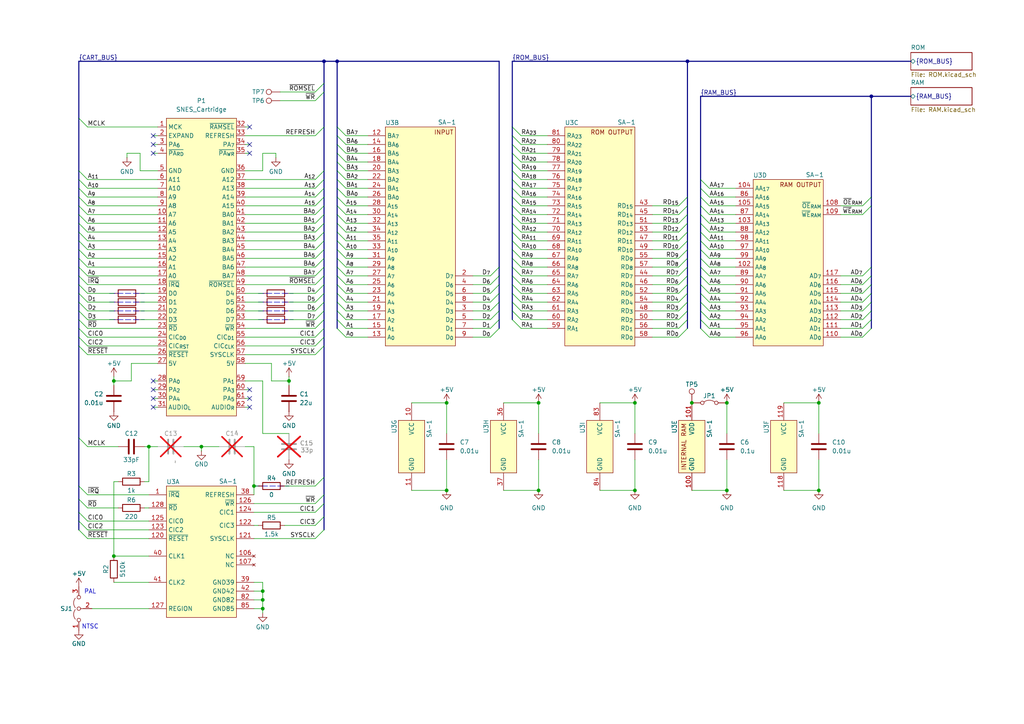
<source format=kicad_sch>
(kicad_sch (version 20231120) (generator "eeschema") (generator_version "8.0")
  (paper "A4")
  (title_block (title "SNES SA-1 Cartridge") (date "2025-10-27") (rev "v1.0") (company "https://github.com/MouseBiteLabs/Super-Nintendo-Cartridges"))
  (lib_symbols
    (symbol "Bucketmouse:SA-1"
      (property "Reference" "U" (at -10.16 20.828 0))
      (property "Value" "SA-1" (at 5.08 20.955 0))
      (symbol "SA-1_1_0"
        (pin input line (at -15.24 17.78 0) (length 5.08) (name "~{IRQ}") (number "1"))
        (pin no_connect line (at 15.24 17.78 180) (length 5.08) (name "NC") (number "106"))
        (pin no_connect line (at 15.24 15.24 180) (length 5.08) (name "NC") (number "107"))
        (pin input line (at 15.24 -15.24 180) (length 5.08) (name "~{RESET}") (number "120"))
        (pin input line (at 15.24 -12.7 180) (length 5.08) (name "SYSCK") (number "121"))
        (pin input line (at 15.24 -10.16 180) (length 5.08) (name "CIC3") (number "122"))
        (pin input line (at 15.24 -7.62 180) (length 5.08) (name "CIC2") (number "123"))
        (pin input line (at 15.24 -5.08 180) (length 5.08) (name "CIC1") (number "124"))
        (pin input line (at 15.24 -2.54 180) (length 5.08) (name "CIC0") (number "125"))
        (pin input line (at -15.24 -2.54 0) (length 5.08) (name "~{WR}") (number "126"))
        (pin input line (at -15.24 -10.16 0) (length 5.08) (name "REGION") (number "127"))
        (pin input line (at -15.24 -5.08 0) (length 5.08) (name "~{RD}") (number "128"))
        (pin input line (at -15.24 12.7 0) (length 5.08) (name "REFRESH") (number "38"))
        (pin input line (at 15.24 10.16 180) (length 5.08) (name "GND39") (number "39"))
        (pin input line (at -15.24 7.62 0) (length 5.08) (name "CLK1") (number "40"))
        (pin input line (at -15.24 5.08 0) (length 5.08) (name "CLK2") (number "41"))
        (pin input line (at 15.24 7.62 180) (length 5.08) (name "GND42") (number "42"))
        (pin input line (at 15.24 5.08 180) (length 5.08) (name "GND82") (number "82"))
        (pin input line (at 15.24 2.54 180) (length 5.08) (name "GND85") (number "85"))
      )
      (symbol "SA-1_2_0"
        (pin input line (at -15.24 17.78 0) (length 5.08) (name "BA_{7}") (number "12"))
        (pin input line (at -15.24 -40.64 0) (length 5.08) (name "A_{0}") (number "13"))
        (pin input line (at -15.24 15.24 0) (length 5.08) (name "BA_{6}") (number "14"))
        (pin input line (at -15.24 -38.1 0) (length 5.08) (name "A_{1}") (number "15"))
        (pin input line (at -15.24 12.7 0) (length 5.08) (name "BA_{5}") (number "16"))
        (pin input line (at -15.24 -35.56 0) (length 5.08) (name "A_{2}") (number "17"))
        (pin input line (at -15.24 10.16 0) (length 5.08) (name "BA_{4}") (number "18"))
        (pin input line (at -15.24 -33.02 0) (length 5.08) (name "A_{3}") (number "19"))
        (pin input line (at 15.24 -22.86 180) (length 5.08) (name "D_{7}") (number "2"))
        (pin input line (at -15.24 7.62 0) (length 5.08) (name "BA_{3}") (number "20"))
        (pin input line (at -15.24 -30.48 0) (length 5.08) (name "A_{4}") (number "21"))
        (pin input line (at -15.24 5.08 0) (length 5.08) (name "BA_{2}") (number "22"))
        (pin input line (at -15.24 -27.94 0) (length 5.08) (name "A_{5}") (number "23"))
        (pin input line (at -15.24 2.54 0) (length 5.08) (name "BA_{1}") (number "24"))
        (pin input line (at -15.24 -25.4 0) (length 5.08) (name "A_{6}") (number "25"))
        (pin input line (at -15.24 0 0) (length 5.08) (name "BA_{0}") (number "26"))
        (pin input line (at -15.24 -22.86 0) (length 5.08) (name "A_{7}") (number "27"))
        (pin input line (at -15.24 -2.54 0) (length 5.08) (name "A_{15}") (number "28"))
        (pin input line (at -15.24 -20.32 0) (length 5.08) (name "A_{8}") (number "29"))
        (pin input line (at 15.24 -33.02 180) (length 5.08) (name "D_{3}") (number "3"))
        (pin input line (at -15.24 -5.08 0) (length 5.08) (name "A_{14}") (number "30"))
        (pin input line (at -15.24 -17.78 0) (length 5.08) (name "A_{9}") (number "31"))
        (pin input line (at -15.24 -7.62 0) (length 5.08) (name "A_{13}") (number "32"))
        (pin input line (at -15.24 -15.24 0) (length 5.08) (name "A_{10}") (number "33"))
        (pin input line (at -15.24 -10.16 0) (length 5.08) (name "A_{12}") (number "34"))
        (pin input line (at -15.24 -12.7 0) (length 5.08) (name "A_{11}") (number "35"))
        (pin input line (at 15.24 -25.4 180) (length 5.08) (name "D_{6}") (number "4"))
        (pin input line (at 15.24 -35.56 180) (length 5.08) (name "D_{2}") (number "5"))
        (pin input line (at 15.24 -27.94 180) (length 5.08) (name "D_{5}") (number "6"))
        (pin input line (at 15.24 -38.1 180) (length 5.08) (name "D_{1}") (number "7"))
        (pin input line (at 15.24 -30.48 180) (length 5.08) (name "D_{4}") (number "8"))
        (pin input line (at 15.24 -40.64 180) (length 5.08) (name "D_{0}") (number "9"))
      )
      (symbol "SA-1_3_0"
        (pin output line (at 15.24 -2.54 180) (length 5.08) (name "RD_{15}") (number "43"))
        (pin output line (at 15.24 -22.86 180) (length 5.08) (name "RD_{7}") (number "44"))
        (pin output line (at 15.24 -5.08 180) (length 5.08) (name "RD_{14}") (number "45"))
        (pin output line (at 15.24 -25.4 180) (length 5.08) (name "RD_{6}") (number "46"))
        (pin output line (at 15.24 -12.7 180) (length 5.08) (name "RD_{11}") (number "47"))
        (pin output line (at 15.24 -33.02 180) (length 5.08) (name "RD_{3}") (number "48"))
        (pin output line (at 15.24 -15.24 180) (length 5.08) (name "RD_{10}") (number "49"))
        (pin output line (at 15.24 -35.56 180) (length 5.08) (name "RD_{2}") (number "50"))
        (pin output line (at 15.24 -7.62 180) (length 5.08) (name "RD_{13}") (number "51"))
        (pin output line (at 15.24 -27.94 180) (length 5.08) (name "RD_{5}") (number "52"))
        (pin output line (at 15.24 -10.16 180) (length 5.08) (name "RD_{12}") (number "53"))
        (pin output line (at 15.24 -30.48 180) (length 5.08) (name "RD_{4}") (number "54"))
        (pin output line (at 15.24 -17.78 180) (length 5.08) (name "RD_{9}") (number "55"))
        (pin output line (at 15.24 -38.1 180) (length 5.08) (name "RD_{1}") (number "56"))
        (pin output line (at 15.24 -20.32 180) (length 5.08) (name "RD_{8}") (number "57"))
        (pin output line (at 15.24 -40.64 180) (length 5.08) (name "RD_{0}") (number "58"))
        (pin output line (at -15.24 -38.1 0) (length 5.08) (name "RA_{1}") (number "59"))
        (pin output line (at -15.24 -35.56 0) (length 5.08) (name "RA_{2}") (number "60"))
        (pin output line (at -15.24 -33.02 0) (length 5.08) (name "RA_{3}") (number "61"))
        (pin output line (at -15.24 -30.48 0) (length 5.08) (name "RA_{4}") (number "62"))
        (pin output line (at -15.24 -27.94 0) (length 5.08) (name "RA_{5}") (number "63"))
        (pin output line (at -15.24 -25.4 0) (length 5.08) (name "RA_{6}") (number "64"))
        (pin output line (at -15.24 -22.86 0) (length 5.08) (name "RA_{7}") (number "65"))
        (pin output line (at -15.24 -20.32 0) (length 5.08) (name "RA_{8}") (number "66"))
        (pin output line (at -15.24 -17.78 0) (length 5.08) (name "RA_{9}") (number "67"))
        (pin output line (at -15.24 -15.24 0) (length 5.08) (name "RA_{10}") (number "68"))
        (pin output line (at -15.24 -12.7 0) (length 5.08) (name "RA_{11}") (number "69"))
        (pin output line (at -15.24 -10.16 0) (length 5.08) (name "RA_{12}") (number "70"))
        (pin output line (at -15.24 -7.62 0) (length 5.08) (name "RA_{13}") (number "71"))
        (pin output line (at -15.24 -5.08 0) (length 5.08) (name "RA_{14}") (number "72"))
        (pin output line (at -15.24 -2.54 0) (length 5.08) (name "RA_{15}") (number "73"))
        (pin output line (at -15.24 0 0) (length 5.08) (name "RA_{16}") (number "74"))
        (pin output line (at -15.24 2.54 0) (length 5.08) (name "RA_{17}") (number "75"))
        (pin output line (at -15.24 5.08 0) (length 5.08) (name "RA_{18}") (number "76"))
        (pin output line (at -15.24 7.62 0) (length 5.08) (name "RA_{19}") (number "77"))
        (pin output line (at -15.24 10.16 0) (length 5.08) (name "RA_{20}") (number "78"))
        (pin output line (at -15.24 12.7 0) (length 5.08) (name "RA_{21}") (number "79"))
        (pin output line (at -15.24 15.24 0) (length 5.08) (name "RA_{22}") (number "80"))
        (pin output line (at -15.24 17.78 0) (length 5.08) (name "RA_{23}") (number "81"))
      )
      (symbol "SA-1_4_0"
        (pin output line (at -15.24 -5.08 0) (length 5.08) (name "AA_{8}") (number "102"))
        (pin output line (at -15.24 7.62 0) (length 5.08) (name "AA_{13}") (number "103"))
        (pin output line (at -15.24 17.78 0) (length 5.08) (name "AA_{17}") (number "104"))
        (pin output line (at -15.24 12.7 0) (length 5.08) (name "AA_{15}") (number "105"))
        (pin output line (at 15.24 17.78 180) (length 5.08) (name "~{OE}_{RAM}") (number "108"))
        (pin output line (at 15.24 15.24 180) (length 5.08) (name "~{WE}_{RAM}") (number "109"))
        (pin output line (at 15.24 -25.4 180) (length 5.08) (name "AD_{0}") (number "110"))
        (pin output line (at 15.24 -22.86 180) (length 5.08) (name "AD_{1}") (number "111"))
        (pin output line (at 15.24 -20.32 180) (length 5.08) (name "AD_{2}") (number "112"))
        (pin output line (at 15.24 -17.78 180) (length 5.08) (name "AD_{3}") (number "113"))
        (pin output line (at 15.24 -15.24 180) (length 5.08) (name "AD_{4}") (number "114"))
        (pin output line (at 15.24 -12.7 180) (length 5.08) (name "AD_{5}") (number "115"))
        (pin output line (at 15.24 -10.16 180) (length 5.08) (name "AD_{6}") (number "116"))
        (pin output line (at 15.24 -7.62 180) (length 5.08) (name "AD_{7}") (number "117"))
        (pin output line (at -15.24 15.24 0) (length 5.08) (name "AA_{16}") (number "86"))
        (pin output line (at -15.24 10.16 0) (length 5.08) (name "AA_{14}") (number "87"))
        (pin output line (at -15.24 5.08 0) (length 5.08) (name "AA_{12}") (number "88"))
        (pin output line (at -15.24 -7.62 0) (length 5.08) (name "AA_{7}") (number "89"))
        (pin output line (at -15.24 -10.16 0) (length 5.08) (name "AA_{6}") (number "90"))
        (pin output line (at -15.24 -12.7 0) (length 5.08) (name "AA_{5}") (number "91"))
        (pin output line (at -15.24 -15.24 0) (length 5.08) (name "AA_{4}") (number "92"))
        (pin output line (at -15.24 -17.78 0) (length 5.08) (name "AA_{3}") (number "93"))
        (pin output line (at -15.24 -20.32 0) (length 5.08) (name "AA_{2}") (number "94"))
        (pin output line (at -15.24 -22.86 0) (length 5.08) (name "AA_{1}") (number "95"))
        (pin output line (at -15.24 -25.4 0) (length 5.08) (name "AA_{0}") (number "96"))
        (pin output line (at -15.24 0 0) (length 5.08) (name "AA_{10}") (number "97"))
        (pin output line (at -15.24 2.54 0) (length 5.08) (name "AA_{11}") (number "98"))
        (pin output line (at -15.24 -2.54 0) (length 5.08) (name "AA_{9}") (number "99"))
      )
      (symbol "SA-1_5_0"
        (pin power_in line (at 0 -12.7 90) (length 5.08) (name "GND") (number "100"))
        (pin power_in line (at 0 12.7 270) (length 5.08) (name "VCC") (number "101"))
      )
      (symbol "SA-1_6_0"
        (pin power_in line (at 0 -12.7 90) (length 5.08) (name "GND") (number "118"))
        (pin power_in line (at 0 12.7 270) (length 5.08) (name "VCC") (number "119"))
      )
      (symbol "SA-1_7_0"
        (pin power_in line (at 0 12.7 270) (length 5.08) (name "VCC") (number "10"))
        (pin power_in line (at 0 -12.7 90) (length 5.08) (name "GND") (number "11"))
      )
      (symbol "SA-1_8_0"
        (pin power_in line (at 0 12.7 270) (length 5.08) (name "VCC") (number "36"))
        (pin power_in line (at 0 -12.7 90) (length 5.08) (name "GND") (number "37"))
      )
      (symbol "SA-1_9_0"
        (pin power_in line (at 0 12.7 270) (length 5.08) (name "VCC") (number "83"))
        (pin power_in line (at 0 -12.7 90) (length 5.08) (name "GND") (number "84"))
      )
    )
    (symbol "Bucketmouse:SNES_Cart_Edge_Expanded"
      (property "Reference" "U" (at 0 46.736 0))
      (property "Value" "SNES_Cartridge" (at 0 44.45 0))
      (symbol "SNES_Cart_Edge_Expanded_1_1"
        (pin passive line (at -12.7 40.64 0) (length 2.54) (name "MCK") (number "1"))
        (pin output line (at -12.7 15.24 0) (length 2.54) (name "A7") (number "10"))
        (pin output line (at -12.7 12.7 0) (length 2.54) (name "A6") (number "11"))
        (pin output line (at -12.7 10.16 0) (length 2.54) (name "A5") (number "12"))
        (pin output line (at -12.7 7.62 0) (length 2.54) (name "A4") (number "13"))
        (pin output line (at -12.7 5.08 0) (length 2.54) (name "A3") (number "14"))
        (pin output line (at -12.7 2.54 0) (length 2.54) (name "A2") (number "15"))
        (pin output line (at -12.7 0 0) (length 2.54) (name "A1") (number "16"))
        (pin output line (at -12.7 -2.54 0) (length 2.54) (name "A0") (number "17"))
        (pin passive line (at -12.7 -5.08 0) (length 2.54) (name "~{IRQ}") (number "18"))
        (pin bidirectional line (at -12.7 -7.62 0) (length 2.54) (name "D0") (number "19"))
        (pin passive line (at -12.7 38.1 0) (length 2.54) (name "EXPAND") (number "2"))
        (pin bidirectional line (at -12.7 -10.16 0) (length 2.54) (name "D1") (number "20"))
        (pin bidirectional line (at -12.7 -12.7 0) (length 2.54) (name "D2") (number "21"))
        (pin bidirectional line (at -12.7 -15.24 0) (length 2.54) (name "D3") (number "22"))
        (pin output line (at -12.7 -17.78 0) (length 2.54) (name "~{RD}") (number "23"))
        (pin bidirectional line (at -12.7 -20.32 0) (length 2.54) (name "CIC_{D0}") (number "24"))
        (pin output line (at -12.7 -22.86 0) (length 2.54) (name "CIC_{RST}") (number "25"))
        (pin output line (at -12.7 -25.4 0) (length 2.54) (name "~{RESET}") (number "26"))
        (pin power_out line (at -12.7 -27.94 0) (length 2.54) (name "5V") (number "27"))
        (pin passive line (at -12.7 -33.02 0) (length 2.54) (name "PA_{0}") (number "28"))
        (pin passive line (at -12.7 -35.56 0) (length 2.54) (name "PA_{2}") (number "29"))
        (pin passive line (at -12.7 35.56 0) (length 2.54) (name "PA_{6}") (number "3"))
        (pin passive line (at -12.7 -38.1 0) (length 2.54) (name "PA_{4}") (number "30"))
        (pin passive line (at -12.7 -40.64 0) (length 2.54) (name "AUDIO_{L}") (number "31"))
        (pin passive line (at 12.7 40.64 180) (length 2.54) (name "~{RAMSEL}") (number "32"))
        (pin passive line (at 12.7 38.1 180) (length 2.54) (name "REFRESH") (number "33"))
        (pin passive line (at 12.7 35.56 180) (length 2.54) (name "PA_{7}") (number "34"))
        (pin passive line (at 12.7 33.02 180) (length 2.54) (name "~{PA_{WR}}") (number "35"))
        (pin power_out line (at 12.7 27.94 180) (length 2.54) (name "GND") (number "36"))
        (pin output line (at 12.7 25.4 180) (length 2.54) (name "A12") (number "37"))
        (pin output line (at 12.7 22.86 180) (length 2.54) (name "A13") (number "38"))
        (pin output line (at 12.7 20.32 180) (length 2.54) (name "A14") (number "39"))
        (pin passive line (at -12.7 33.02 0) (length 2.54) (name "~{PA_{RD}}") (number "4"))
        (pin output line (at 12.7 17.78 180) (length 2.54) (name "A15") (number "40"))
        (pin output line (at 12.7 15.24 180) (length 2.54) (name "BA0") (number "41"))
        (pin output line (at 12.7 12.7 180) (length 2.54) (name "BA1") (number "42"))
        (pin output line (at 12.7 10.16 180) (length 2.54) (name "BA2") (number "43"))
        (pin output line (at 12.7 7.62 180) (length 2.54) (name "BA3") (number "44"))
        (pin output line (at 12.7 5.08 180) (length 2.54) (name "BA4") (number "45"))
        (pin output line (at 12.7 2.54 180) (length 2.54) (name "BA5") (number "46"))
        (pin output line (at 12.7 0 180) (length 2.54) (name "BA6") (number "47"))
        (pin output line (at 12.7 -2.54 180) (length 2.54) (name "BA7") (number "48"))
        (pin output line (at 12.7 -5.08 180) (length 2.54) (name "~{ROMSEL}") (number "49"))
        (pin power_out line (at -12.7 27.94 0) (length 2.54) (name "GND") (number "5"))
        (pin bidirectional line (at 12.7 -7.62 180) (length 2.54) (name "D4") (number "50"))
        (pin bidirectional line (at 12.7 -10.16 180) (length 2.54) (name "D5") (number "51"))
        (pin bidirectional line (at 12.7 -12.7 180) (length 2.54) (name "D6") (number "52"))
        (pin bidirectional line (at 12.7 -15.24 180) (length 2.54) (name "D7") (number "53"))
        (pin output line (at 12.7 -17.78 180) (length 2.54) (name "~{WR}") (number "54"))
        (pin bidirectional line (at 12.7 -20.32 180) (length 2.54) (name "CIC_{D1}") (number "55"))
        (pin output line (at 12.7 -22.86 180) (length 2.54) (name "CIC_{CLK}") (number "56"))
        (pin passive line (at 12.7 -25.4 180) (length 2.54) (name "SYSCLK") (number "57"))
        (pin power_out line (at 12.7 -27.94 180) (length 2.54) (name "5V") (number "58"))
        (pin passive line (at 12.7 -33.02 180) (length 2.54) (name "PA_{1}") (number "59"))
        (pin output line (at -12.7 25.4 0) (length 2.54) (name "A11") (number "6"))
        (pin passive line (at 12.7 -35.56 180) (length 2.54) (name "PA_{3}") (number "60"))
        (pin passive line (at 12.7 -38.1 180) (length 2.54) (name "PA_{5}") (number "61"))
        (pin passive line (at 12.7 -40.64 180) (length 2.54) (name "AUDIO_{R}") (number "62"))
        (pin output line (at -12.7 22.86 0) (length 2.54) (name "A10") (number "7"))
        (pin output line (at -12.7 20.32 0) (length 2.54) (name "A9") (number "8"))
        (pin output line (at -12.7 17.78 0) (length 2.54) (name "A8") (number "9"))
      )
    )
    (symbol "Connector:TestPoint" (pin_numbers hide) (pin_names (offset 0.762) hide)
      (property "Reference" "TP" (at 0 6.858 0))
      (property "Value" "TestPoint" (at 0 5.08 0))
      (symbol "TestPoint_1_1"
        (pin passive line (at 0 0 90) (length 2.54) (name "1") (number "1"))
      )
    )
    (symbol "Device:C" (pin_numbers hide) (pin_names (offset 0.254))
      (property "Reference" "C" (at 0.635 2.54 0))
      (property "Value" "C" (at 0.635 -2.54 0))
      (symbol "C_1_1"
        (pin passive line (at 0 3.81 270) (length 2.794) (name "~") (number "1"))
        (pin passive line (at 0 -3.81 90) (length 2.794) (name "~") (number "2"))
      )
    )
    (symbol "Device:R" (pin_numbers hide) (pin_names (offset 0))
      (property "Reference" "R" (at 2.032 0 90))
      (property "Value" "R" (at 0 0 90))
      (symbol "R_1_1"
        (pin passive line (at 0 3.81 270) (length 1.27) (name "~") (number "1"))
        (pin passive line (at 0 -3.81 90) (length 1.27) (name "~") (number "2"))
      )
    )
    (symbol "Jumper:Jumper_2_Bridged" (pin_numbers hide) (pin_names (offset 0) hide) (exclude_from_sim yes)
      (property "Reference" "JP" (at 0 1.905 0))
      (property "Value" "Jumper_2_Bridged" (at 0 -2.54 0))
      (symbol "Jumper_2_Bridged_1_1"
        (pin passive line (at -5.08 0 0) (length 2.54) (name "A") (number "1"))
        (pin passive line (at 5.08 0 180) (length 2.54) (name "B") (number "2"))
      )
    )
    (symbol "Jumper:Jumper_3_Open" (pin_names (offset 0) hide) (exclude_from_sim yes) (in_bom no)
      (property "Reference" "JP" (at -2.54 -2.54 0))
      (property "Value" "Jumper_3_Open" (at 0 2.794 0))
      (symbol "Jumper_3_Open_1_1"
        (pin passive line (at -6.35 0 0) (length 2.54) (name "A") (number "1"))
        (pin passive line (at 0 -3.81 90) (length 2.54) (name "C") (number "2"))
        (pin passive line (at 6.35 0 180) (length 2.54) (name "B") (number "3"))
      )
    )
    (symbol "SA-1_1"
      (property "Reference" "U" (at -10.16 20.828 0))
      (property "Value" "SA-1" (at 5.08 20.955 0))
      (symbol "SA-1_1_1_0"
        (pin input line (at -15.24 17.78 0) (length 5.08) (name "~{IRQ}") (number "1"))
        (pin no_connect line (at 15.24 17.78 180) (length 5.08) (name "NC") (number "106"))
        (pin no_connect line (at 15.24 15.24 180) (length 5.08) (name "NC") (number "107"))
        (pin input line (at 15.24 -15.24 180) (length 5.08) (name "~{RESET}") (number "120"))
        (pin input line (at 15.24 -12.7 180) (length 5.08) (name "SYSCK") (number "121"))
        (pin input line (at 15.24 -10.16 180) (length 5.08) (name "CIC3") (number "122"))
        (pin input line (at 15.24 -7.62 180) (length 5.08) (name "CIC2") (number "123"))
        (pin input line (at 15.24 -5.08 180) (length 5.08) (name "CIC1") (number "124"))
        (pin input line (at 15.24 -2.54 180) (length 5.08) (name "CIC0") (number "125"))
        (pin input line (at -15.24 -2.54 0) (length 5.08) (name "~{WR}") (number "126"))
        (pin input line (at -15.24 -10.16 0) (length 5.08) (name "REGION") (number "127"))
        (pin input line (at -15.24 -5.08 0) (length 5.08) (name "~{RD}") (number "128"))
        (pin input line (at -15.24 12.7 0) (length 5.08) (name "REFRESH") (number "38"))
        (pin input line (at 15.24 10.16 180) (length 5.08) (name "GND39") (number "39"))
        (pin input line (at -15.24 7.62 0) (length 5.08) (name "CLK1") (number "40"))
        (pin input line (at -15.24 5.08 0) (length 5.08) (name "CLK2") (number "41"))
        (pin input line (at 15.24 7.62 180) (length 5.08) (name "GND42") (number "42"))
        (pin input line (at 15.24 5.08 180) (length 5.08) (name "GND82") (number "82"))
        (pin input line (at 15.24 2.54 180) (length 5.08) (name "GND85") (number "85"))
      )
      (symbol "SA-1_1_2_0"
        (pin input line (at -15.24 17.78 0) (length 5.08) (name "BA_{7}") (number "12"))
        (pin input line (at -15.24 -40.64 0) (length 5.08) (name "A_{0}") (number "13"))
        (pin input line (at -15.24 15.24 0) (length 5.08) (name "BA_{6}") (number "14"))
        (pin input line (at -15.24 -38.1 0) (length 5.08) (name "A_{1}") (number "15"))
        (pin input line (at -15.24 12.7 0) (length 5.08) (name "BA_{5}") (number "16"))
        (pin input line (at -15.24 -35.56 0) (length 5.08) (name "A_{2}") (number "17"))
        (pin input line (at -15.24 10.16 0) (length 5.08) (name "BA_{4}") (number "18"))
        (pin input line (at -15.24 -33.02 0) (length 5.08) (name "A_{3}") (number "19"))
        (pin input line (at 15.24 -22.86 180) (length 5.08) (name "D_{7}") (number "2"))
        (pin input line (at -15.24 7.62 0) (length 5.08) (name "BA_{3}") (number "20"))
        (pin input line (at -15.24 -30.48 0) (length 5.08) (name "A_{4}") (number "21"))
        (pin input line (at -15.24 5.08 0) (length 5.08) (name "BA_{2}") (number "22"))
        (pin input line (at -15.24 -27.94 0) (length 5.08) (name "A_{5}") (number "23"))
        (pin input line (at -15.24 2.54 0) (length 5.08) (name "BA_{1}") (number "24"))
        (pin input line (at -15.24 -25.4 0) (length 5.08) (name "A_{6}") (number "25"))
        (pin input line (at -15.24 0 0) (length 5.08) (name "BA_{0}") (number "26"))
        (pin input line (at -15.24 -22.86 0) (length 5.08) (name "A_{7}") (number "27"))
        (pin input line (at -15.24 -2.54 0) (length 5.08) (name "A_{15}") (number "28"))
        (pin input line (at -15.24 -20.32 0) (length 5.08) (name "A_{8}") (number "29"))
        (pin input line (at 15.24 -33.02 180) (length 5.08) (name "D_{3}") (number "3"))
        (pin input line (at -15.24 -5.08 0) (length 5.08) (name "A_{14}") (number "30"))
        (pin input line (at -15.24 -17.78 0) (length 5.08) (name "A_{9}") (number "31"))
        (pin input line (at -15.24 -7.62 0) (length 5.08) (name "A_{13}") (number "32"))
        (pin input line (at -15.24 -15.24 0) (length 5.08) (name "A_{10}") (number "33"))
        (pin input line (at -15.24 -10.16 0) (length 5.08) (name "A_{12}") (number "34"))
        (pin input line (at -15.24 -12.7 0) (length 5.08) (name "A_{11}") (number "35"))
        (pin input line (at 15.24 -25.4 180) (length 5.08) (name "D_{6}") (number "4"))
        (pin input line (at 15.24 -35.56 180) (length 5.08) (name "D_{2}") (number "5"))
        (pin input line (at 15.24 -27.94 180) (length 5.08) (name "D_{5}") (number "6"))
        (pin input line (at 15.24 -38.1 180) (length 5.08) (name "D_{1}") (number "7"))
        (pin input line (at 15.24 -30.48 180) (length 5.08) (name "D_{4}") (number "8"))
        (pin input line (at 15.24 -40.64 180) (length 5.08) (name "D_{0}") (number "9"))
      )
      (symbol "SA-1_1_2_1"
        (text "INPUT" (at 9.652 18.796 0) (effects (font (size 1.27 1.27)) (justify right)))
      )
      (symbol "SA-1_1_3_0"
        (pin output line (at 15.24 -2.54 180) (length 5.08) (name "RD_{15}") (number "43"))
        (pin output line (at 15.24 -22.86 180) (length 5.08) (name "RD_{7}") (number "44"))
        (pin output line (at 15.24 -5.08 180) (length 5.08) (name "RD_{14}") (number "45"))
        (pin output line (at 15.24 -25.4 180) (length 5.08) (name "RD_{6}") (number "46"))
        (pin output line (at 15.24 -12.7 180) (length 5.08) (name "RD_{11}") (number "47"))
        (pin output line (at 15.24 -33.02 180) (length 5.08) (name "RD_{3}") (number "48"))
        (pin output line (at 15.24 -15.24 180) (length 5.08) (name "RD_{10}") (number "49"))
        (pin output line (at 15.24 -35.56 180) (length 5.08) (name "RD_{2}") (number "50"))
        (pin output line (at 15.24 -7.62 180) (length 5.08) (name "RD_{13}") (number "51"))
        (pin output line (at 15.24 -27.94 180) (length 5.08) (name "RD_{5}") (number "52"))
        (pin output line (at 15.24 -10.16 180) (length 5.08) (name "RD_{12}") (number "53"))
        (pin output line (at 15.24 -30.48 180) (length 5.08) (name "RD_{4}") (number "54"))
        (pin output line (at 15.24 -17.78 180) (length 5.08) (name "RD_{9}") (number "55"))
        (pin output line (at 15.24 -38.1 180) (length 5.08) (name "RD_{1}") (number "56"))
        (pin output line (at 15.24 -20.32 180) (length 5.08) (name "RD_{8}") (number "57"))
        (pin output line (at 15.24 -40.64 180) (length 5.08) (name "RD_{0}") (number "58"))
        (pin output line (at -15.24 -38.1 0) (length 5.08) (name "RA_{1}") (number "59"))
        (pin output line (at -15.24 -35.56 0) (length 5.08) (name "RA_{2}") (number "60"))
        (pin output line (at -15.24 -33.02 0) (length 5.08) (name "RA_{3}") (number "61"))
        (pin output line (at -15.24 -30.48 0) (length 5.08) (name "RA_{4}") (number "62"))
        (pin output line (at -15.24 -27.94 0) (length 5.08) (name "RA_{5}") (number "63"))
        (pin output line (at -15.24 -25.4 0) (length 5.08) (name "RA_{6}") (number "64"))
        (pin output line (at -15.24 -22.86 0) (length 5.08) (name "RA_{7}") (number "65"))
        (pin output line (at -15.24 -20.32 0) (length 5.08) (name "RA_{8}") (number "66"))
        (pin output line (at -15.24 -17.78 0) (length 5.08) (name "RA_{9}") (number "67"))
        (pin output line (at -15.24 -15.24 0) (length 5.08) (name "RA_{10}") (number "68"))
        (pin output line (at -15.24 -12.7 0) (length 5.08) (name "RA_{11}") (number "69"))
        (pin output line (at -15.24 -10.16 0) (length 5.08) (name "RA_{12}") (number "70"))
        (pin output line (at -15.24 -7.62 0) (length 5.08) (name "RA_{13}") (number "71"))
        (pin output line (at -15.24 -5.08 0) (length 5.08) (name "RA_{14}") (number "72"))
        (pin output line (at -15.24 -2.54 0) (length 5.08) (name "RA_{15}") (number "73"))
        (pin output line (at -15.24 0 0) (length 5.08) (name "RA_{16}") (number "74"))
        (pin output line (at -15.24 2.54 0) (length 5.08) (name "RA_{17}") (number "75"))
        (pin output line (at -15.24 5.08 0) (length 5.08) (name "RA_{18}") (number "76"))
        (pin output line (at -15.24 7.62 0) (length 5.08) (name "RA_{19}") (number "77"))
        (pin output line (at -15.24 10.16 0) (length 5.08) (name "RA_{20}") (number "78"))
        (pin output line (at -15.24 12.7 0) (length 5.08) (name "RA_{21}") (number "79"))
        (pin output line (at -15.24 15.24 0) (length 5.08) (name "RA_{22}") (number "80"))
        (pin output line (at -15.24 17.78 0) (length 5.08) (name "RA_{23}") (number "81"))
      )
      (symbol "SA-1_1_3_1"
        (text "ROM OUTPUT" (at 9.652 18.796 0) (effects (font (size 1.27 1.27)) (justify right)))
      )
      (symbol "SA-1_1_4_0"
        (pin output line (at -15.24 -5.08 0) (length 5.08) (name "AA_{8}") (number "102"))
        (pin output line (at -15.24 7.62 0) (length 5.08) (name "AA_{13}") (number "103"))
        (pin output line (at -15.24 17.78 0) (length 5.08) (name "AA_{17}") (number "104"))
        (pin output line (at -15.24 12.7 0) (length 5.08) (name "AA_{15}") (number "105"))
        (pin output line (at 15.24 12.7 180) (length 5.08) (name "~{OE}_{RAM}") (number "108"))
        (pin output line (at 15.24 10.16 180) (length 5.08) (name "~{WE}_{RAM}") (number "109"))
        (pin output line (at 15.24 -25.4 180) (length 5.08) (name "AD_{0}") (number "110"))
        (pin output line (at 15.24 -22.86 180) (length 5.08) (name "AD_{1}") (number "111"))
        (pin output line (at 15.24 -20.32 180) (length 5.08) (name "AD_{2}") (number "112"))
        (pin output line (at 15.24 -17.78 180) (length 5.08) (name "AD_{3}") (number "113"))
        (pin output line (at 15.24 -15.24 180) (length 5.08) (name "AD_{4}") (number "114"))
        (pin output line (at 15.24 -12.7 180) (length 5.08) (name "AD_{5}") (number "115"))
        (pin output line (at 15.24 -10.16 180) (length 5.08) (name "AD_{6}") (number "116"))
        (pin output line (at 15.24 -7.62 180) (length 5.08) (name "AD_{7}") (number "117"))
        (pin output line (at -15.24 15.24 0) (length 5.08) (name "AA_{16}") (number "86"))
        (pin output line (at -15.24 10.16 0) (length 5.08) (name "AA_{14}") (number "87"))
        (pin output line (at -15.24 5.08 0) (length 5.08) (name "AA_{12}") (number "88"))
        (pin output line (at -15.24 -7.62 0) (length 5.08) (name "AA_{7}") (number "89"))
        (pin output line (at -15.24 -10.16 0) (length 5.08) (name "AA_{6}") (number "90"))
        (pin output line (at -15.24 -12.7 0) (length 5.08) (name "AA_{5}") (number "91"))
        (pin output line (at -15.24 -15.24 0) (length 5.08) (name "AA_{4}") (number "92"))
        (pin output line (at -15.24 -17.78 0) (length 5.08) (name "AA_{3}") (number "93"))
        (pin output line (at -15.24 -20.32 0) (length 5.08) (name "AA_{2}") (number "94"))
        (pin output line (at -15.24 -22.86 0) (length 5.08) (name "AA_{1}") (number "95"))
        (pin output line (at -15.24 -25.4 0) (length 5.08) (name "AA_{0}") (number "96"))
        (pin output line (at -15.24 0 0) (length 5.08) (name "AA_{10}") (number "97"))
        (pin output line (at -15.24 2.54 0) (length 5.08) (name "AA_{11}") (number "98"))
        (pin output line (at -15.24 -2.54 0) (length 5.08) (name "AA_{9}") (number "99"))
      )
      (symbol "SA-1_1_4_1"
        (text "RAM OUTPUT" (at 9.652 18.796 0) (effects (font (size 1.27 1.27)) (justify right)))
      )
      (symbol "SA-1_1_5_0"
        (pin power_in line (at 0 -12.7 90) (length 5.08) (name "GND") (number "100"))
        (pin power_in line (at 0 12.7 270) (length 5.08) (name "VCC") (number "101"))
      )
      (symbol "SA-1_1_6_0"
        (pin power_in line (at 0 -12.7 90) (length 5.08) (name "GND") (number "118"))
        (pin power_in line (at 0 12.7 270) (length 5.08) (name "VCC") (number "119"))
      )
      (symbol "SA-1_1_7_0"
        (pin power_in line (at 0 12.7 270) (length 5.08) (name "VCC") (number "10"))
        (pin power_in line (at 0 -12.7 90) (length 5.08) (name "GND") (number "11"))
      )
      (symbol "SA-1_1_8_0"
        (pin power_in line (at 0 12.7 270) (length 5.08) (name "VCC") (number "36"))
        (pin power_in line (at 0 -12.7 90) (length 5.08) (name "GND") (number "37"))
      )
      (symbol "SA-1_1_9_0"
        (pin power_in line (at 0 12.7 270) (length 5.08) (name "VCC") (number "83"))
        (pin power_in line (at 0 -12.7 90) (length 5.08) (name "GND") (number "84"))
      )
    )
    (symbol "SA-1_2"
      (property "Reference" "U" (at -10.16 20.828 0))
      (property "Value" "SA-1" (at 5.08 20.955 0))
      (symbol "SA-1_2_1_0"
        (pin input line (at -15.24 17.78 0) (length 5.08) (name "~{IRQ}") (number "1"))
        (pin no_connect line (at 15.24 17.78 180) (length 5.08) (name "NC") (number "106"))
        (pin no_connect line (at 15.24 15.24 180) (length 5.08) (name "NC") (number "107"))
        (pin input line (at 15.24 -15.24 180) (length 5.08) (name "~{RESET}") (number "120"))
        (pin input line (at 15.24 -12.7 180) (length 5.08) (name "SYSCK") (number "121"))
        (pin input line (at 15.24 -10.16 180) (length 5.08) (name "CIC3") (number "122"))
        (pin input line (at 15.24 -7.62 180) (length 5.08) (name "CIC2") (number "123"))
        (pin input line (at 15.24 -5.08 180) (length 5.08) (name "CIC1") (number "124"))
        (pin input line (at 15.24 -2.54 180) (length 5.08) (name "CIC0") (number "125"))
        (pin input line (at -15.24 -2.54 0) (length 5.08) (name "~{WR}") (number "126"))
        (pin input line (at -15.24 -10.16 0) (length 5.08) (name "REGION") (number "127"))
        (pin input line (at -15.24 -5.08 0) (length 5.08) (name "~{RD}") (number "128"))
        (pin input line (at -15.24 12.7 0) (length 5.08) (name "REFRESH") (number "38"))
        (pin input line (at 15.24 10.16 180) (length 5.08) (name "GND39") (number "39"))
        (pin input line (at -15.24 7.62 0) (length 5.08) (name "CLK1") (number "40"))
        (pin input line (at -15.24 5.08 0) (length 5.08) (name "CLK2") (number "41"))
        (pin input line (at 15.24 7.62 180) (length 5.08) (name "GND42") (number "42"))
        (pin input line (at 15.24 5.08 180) (length 5.08) (name "GND82") (number "82"))
        (pin input line (at 15.24 2.54 180) (length 5.08) (name "GND85") (number "85"))
      )
      (symbol "SA-1_2_2_0"
        (pin input line (at -15.24 17.78 0) (length 5.08) (name "BA_{7}") (number "12"))
        (pin input line (at -15.24 -40.64 0) (length 5.08) (name "A_{0}") (number "13"))
        (pin input line (at -15.24 15.24 0) (length 5.08) (name "BA_{6}") (number "14"))
        (pin input line (at -15.24 -38.1 0) (length 5.08) (name "A_{1}") (number "15"))
        (pin input line (at -15.24 12.7 0) (length 5.08) (name "BA_{5}") (number "16"))
        (pin input line (at -15.24 -35.56 0) (length 5.08) (name "A_{2}") (number "17"))
        (pin input line (at -15.24 10.16 0) (length 5.08) (name "BA_{4}") (number "18"))
        (pin input line (at -15.24 -33.02 0) (length 5.08) (name "A_{3}") (number "19"))
        (pin input line (at 15.24 -22.86 180) (length 5.08) (name "D_{7}") (number "2"))
        (pin input line (at -15.24 7.62 0) (length 5.08) (name "BA_{3}") (number "20"))
        (pin input line (at -15.24 -30.48 0) (length 5.08) (name "A_{4}") (number "21"))
        (pin input line (at -15.24 5.08 0) (length 5.08) (name "BA_{2}") (number "22"))
        (pin input line (at -15.24 -27.94 0) (length 5.08) (name "A_{5}") (number "23"))
        (pin input line (at -15.24 2.54 0) (length 5.08) (name "BA_{1}") (number "24"))
        (pin input line (at -15.24 -25.4 0) (length 5.08) (name "A_{6}") (number "25"))
        (pin input line (at -15.24 0 0) (length 5.08) (name "BA_{0}") (number "26"))
        (pin input line (at -15.24 -22.86 0) (length 5.08) (name "A_{7}") (number "27"))
        (pin input line (at -15.24 -2.54 0) (length 5.08) (name "A_{15}") (number "28"))
        (pin input line (at -15.24 -20.32 0) (length 5.08) (name "A_{8}") (number "29"))
        (pin input line (at 15.24 -33.02 180) (length 5.08) (name "D_{3}") (number "3"))
        (pin input line (at -15.24 -5.08 0) (length 5.08) (name "A_{14}") (number "30"))
        (pin input line (at -15.24 -17.78 0) (length 5.08) (name "A_{9}") (number "31"))
        (pin input line (at -15.24 -7.62 0) (length 5.08) (name "A_{13}") (number "32"))
        (pin input line (at -15.24 -15.24 0) (length 5.08) (name "A_{10}") (number "33"))
        (pin input line (at -15.24 -10.16 0) (length 5.08) (name "A_{12}") (number "34"))
        (pin input line (at -15.24 -12.7 0) (length 5.08) (name "A_{11}") (number "35"))
        (pin input line (at 15.24 -25.4 180) (length 5.08) (name "D_{6}") (number "4"))
        (pin input line (at 15.24 -35.56 180) (length 5.08) (name "D_{2}") (number "5"))
        (pin input line (at 15.24 -27.94 180) (length 5.08) (name "D_{5}") (number "6"))
        (pin input line (at 15.24 -38.1 180) (length 5.08) (name "D_{1}") (number "7"))
        (pin input line (at 15.24 -30.48 180) (length 5.08) (name "D_{4}") (number "8"))
        (pin input line (at 15.24 -40.64 180) (length 5.08) (name "D_{0}") (number "9"))
      )
      (symbol "SA-1_2_2_1"
        (text "INPUT" (at 9.652 18.796 0) (effects (font (size 1.27 1.27)) (justify right)))
      )
      (symbol "SA-1_2_3_0"
        (pin output line (at 15.24 -2.54 180) (length 5.08) (name "RD_{15}") (number "43"))
        (pin output line (at 15.24 -22.86 180) (length 5.08) (name "RD_{7}") (number "44"))
        (pin output line (at 15.24 -5.08 180) (length 5.08) (name "RD_{14}") (number "45"))
        (pin output line (at 15.24 -25.4 180) (length 5.08) (name "RD_{6}") (number "46"))
        (pin output line (at 15.24 -12.7 180) (length 5.08) (name "RD_{11}") (number "47"))
        (pin output line (at 15.24 -33.02 180) (length 5.08) (name "RD_{3}") (number "48"))
        (pin output line (at 15.24 -15.24 180) (length 5.08) (name "RD_{10}") (number "49"))
        (pin output line (at 15.24 -35.56 180) (length 5.08) (name "RD_{2}") (number "50"))
        (pin output line (at 15.24 -7.62 180) (length 5.08) (name "RD_{13}") (number "51"))
        (pin output line (at 15.24 -27.94 180) (length 5.08) (name "RD_{5}") (number "52"))
        (pin output line (at 15.24 -10.16 180) (length 5.08) (name "RD_{12}") (number "53"))
        (pin output line (at 15.24 -30.48 180) (length 5.08) (name "RD_{4}") (number "54"))
        (pin output line (at 15.24 -17.78 180) (length 5.08) (name "RD_{9}") (number "55"))
        (pin output line (at 15.24 -38.1 180) (length 5.08) (name "RD_{1}") (number "56"))
        (pin output line (at 15.24 -20.32 180) (length 5.08) (name "RD_{8}") (number "57"))
        (pin output line (at 15.24 -40.64 180) (length 5.08) (name "RD_{0}") (number "58"))
        (pin output line (at -15.24 -38.1 0) (length 5.08) (name "RA_{1}") (number "59"))
        (pin output line (at -15.24 -35.56 0) (length 5.08) (name "RA_{2}") (number "60"))
        (pin output line (at -15.24 -33.02 0) (length 5.08) (name "RA_{3}") (number "61"))
        (pin output line (at -15.24 -30.48 0) (length 5.08) (name "RA_{4}") (number "62"))
        (pin output line (at -15.24 -27.94 0) (length 5.08) (name "RA_{5}") (number "63"))
        (pin output line (at -15.24 -25.4 0) (length 5.08) (name "RA_{6}") (number "64"))
        (pin output line (at -15.24 -22.86 0) (length 5.08) (name "RA_{7}") (number "65"))
        (pin output line (at -15.24 -20.32 0) (length 5.08) (name "RA_{8}") (number "66"))
        (pin output line (at -15.24 -17.78 0) (length 5.08) (name "RA_{9}") (number "67"))
        (pin output line (at -15.24 -15.24 0) (length 5.08) (name "RA_{10}") (number "68"))
        (pin output line (at -15.24 -12.7 0) (length 5.08) (name "RA_{11}") (number "69"))
        (pin output line (at -15.24 -10.16 0) (length 5.08) (name "RA_{12}") (number "70"))
        (pin output line (at -15.24 -7.62 0) (length 5.08) (name "RA_{13}") (number "71"))
        (pin output line (at -15.24 -5.08 0) (length 5.08) (name "RA_{14}") (number "72"))
        (pin output line (at -15.24 -2.54 0) (length 5.08) (name "RA_{15}") (number "73"))
        (pin output line (at -15.24 0 0) (length 5.08) (name "RA_{16}") (number "74"))
        (pin output line (at -15.24 2.54 0) (length 5.08) (name "RA_{17}") (number "75"))
        (pin output line (at -15.24 5.08 0) (length 5.08) (name "RA_{18}") (number "76"))
        (pin output line (at -15.24 7.62 0) (length 5.08) (name "RA_{19}") (number "77"))
        (pin output line (at -15.24 10.16 0) (length 5.08) (name "RA_{20}") (number "78"))
        (pin output line (at -15.24 12.7 0) (length 5.08) (name "RA_{21}") (number "79"))
        (pin output line (at -15.24 15.24 0) (length 5.08) (name "RA_{22}") (number "80"))
        (pin output line (at -15.24 17.78 0) (length 5.08) (name "RA_{23}") (number "81"))
      )
      (symbol "SA-1_2_3_1"
        (text "ROM OUTPUT" (at 9.652 18.796 0) (effects (font (size 1.27 1.27)) (justify right)))
      )
      (symbol "SA-1_2_4_0"
        (pin output line (at -15.24 -5.08 0) (length 5.08) (name "AA_{8}") (number "102"))
        (pin output line (at -15.24 7.62 0) (length 5.08) (name "AA_{13}") (number "103"))
        (pin output line (at -15.24 17.78 0) (length 5.08) (name "AA_{17}") (number "104"))
        (pin output line (at -15.24 12.7 0) (length 5.08) (name "AA_{15}") (number "105"))
        (pin output line (at 15.24 12.7 180) (length 5.08) (name "~{OE}_{RAM}") (number "108"))
        (pin output line (at 15.24 10.16 180) (length 5.08) (name "~{WE}_{RAM}") (number "109"))
        (pin output line (at 15.24 -25.4 180) (length 5.08) (name "AD_{0}") (number "110"))
        (pin output line (at 15.24 -22.86 180) (length 5.08) (name "AD_{1}") (number "111"))
        (pin output line (at 15.24 -20.32 180) (length 5.08) (name "AD_{2}") (number "112"))
        (pin output line (at 15.24 -17.78 180) (length 5.08) (name "AD_{3}") (number "113"))
        (pin output line (at 15.24 -15.24 180) (length 5.08) (name "AD_{4}") (number "114"))
        (pin output line (at 15.24 -12.7 180) (length 5.08) (name "AD_{5}") (number "115"))
        (pin output line (at 15.24 -10.16 180) (length 5.08) (name "AD_{6}") (number "116"))
        (pin output line (at 15.24 -7.62 180) (length 5.08) (name "AD_{7}") (number "117"))
        (pin output line (at -15.24 15.24 0) (length 5.08) (name "AA_{16}") (number "86"))
        (pin output line (at -15.24 10.16 0) (length 5.08) (name "AA_{14}") (number "87"))
        (pin output line (at -15.24 5.08 0) (length 5.08) (name "AA_{12}") (number "88"))
        (pin output line (at -15.24 -7.62 0) (length 5.08) (name "AA_{7}") (number "89"))
        (pin output line (at -15.24 -10.16 0) (length 5.08) (name "AA_{6}") (number "90"))
        (pin output line (at -15.24 -12.7 0) (length 5.08) (name "AA_{5}") (number "91"))
        (pin output line (at -15.24 -15.24 0) (length 5.08) (name "AA_{4}") (number "92"))
        (pin output line (at -15.24 -17.78 0) (length 5.08) (name "AA_{3}") (number "93"))
        (pin output line (at -15.24 -20.32 0) (length 5.08) (name "AA_{2}") (number "94"))
        (pin output line (at -15.24 -22.86 0) (length 5.08) (name "AA_{1}") (number "95"))
        (pin output line (at -15.24 -25.4 0) (length 5.08) (name "AA_{0}") (number "96"))
        (pin output line (at -15.24 0 0) (length 5.08) (name "AA_{10}") (number "97"))
        (pin output line (at -15.24 2.54 0) (length 5.08) (name "AA_{11}") (number "98"))
        (pin output line (at -15.24 -2.54 0) (length 5.08) (name "AA_{9}") (number "99"))
      )
      (symbol "SA-1_2_4_1"
        (text "RAM OUTPUT" (at 9.652 18.796 0) (effects (font (size 1.27 1.27)) (justify right)))
      )
      (symbol "SA-1_2_5_0"
        (pin power_in line (at 0 -12.7 90) (length 5.08) (name "GND") (number "100"))
        (pin power_in line (at 0 12.7 270) (length 5.08) (name "VCC") (number "101"))
      )
      (symbol "SA-1_2_6_0"
        (pin power_in line (at 0 -12.7 90) (length 5.08) (name "GND") (number "118"))
        (pin power_in line (at 0 12.7 270) (length 5.08) (name "VCC") (number "119"))
      )
      (symbol "SA-1_2_7_0"
        (pin power_in line (at 0 12.7 270) (length 5.08) (name "VCC") (number "10"))
        (pin power_in line (at 0 -12.7 90) (length 5.08) (name "GND") (number "11"))
      )
      (symbol "SA-1_2_8_0"
        (pin power_in line (at 0 12.7 270) (length 5.08) (name "VCC") (number "36"))
        (pin power_in line (at 0 -12.7 90) (length 5.08) (name "GND") (number "37"))
      )
      (symbol "SA-1_2_9_0"
        (pin power_in line (at 0 12.7 270) (length 5.08) (name "VCC") (number "83"))
        (pin power_in line (at 0 -12.7 90) (length 5.08) (name "GND") (number "84"))
      )
    )
    (symbol "SA-1_3"
      (property "Reference" "U" (at -10.16 20.828 0))
      (property "Value" "SA-1" (at 5.08 20.955 0))
      (symbol "SA-1_3_1_0"
        (pin input line (at -15.24 17.78 0) (length 5.08) (name "~{IRQ}") (number "1"))
        (pin no_connect line (at 15.24 17.78 180) (length 5.08) (name "NC") (number "106"))
        (pin no_connect line (at 15.24 15.24 180) (length 5.08) (name "NC") (number "107"))
        (pin input line (at 15.24 -15.24 180) (length 5.08) (name "~{RESET}") (number "120"))
        (pin input line (at 15.24 -12.7 180) (length 5.08) (name "SYSCK") (number "121"))
        (pin input line (at 15.24 -10.16 180) (length 5.08) (name "CIC3") (number "122"))
        (pin input line (at 15.24 -7.62 180) (length 5.08) (name "CIC2") (number "123"))
        (pin input line (at 15.24 -5.08 180) (length 5.08) (name "CIC1") (number "124"))
        (pin input line (at 15.24 -2.54 180) (length 5.08) (name "CIC0") (number "125"))
        (pin input line (at -15.24 -2.54 0) (length 5.08) (name "~{WR}") (number "126"))
        (pin input line (at -15.24 -10.16 0) (length 5.08) (name "REGION") (number "127"))
        (pin input line (at -15.24 -5.08 0) (length 5.08) (name "~{RD}") (number "128"))
        (pin input line (at -15.24 12.7 0) (length 5.08) (name "REFRESH") (number "38"))
        (pin input line (at 15.24 10.16 180) (length 5.08) (name "GND39") (number "39"))
        (pin input line (at -15.24 7.62 0) (length 5.08) (name "CLK1") (number "40"))
        (pin input line (at -15.24 5.08 0) (length 5.08) (name "CLK2") (number "41"))
        (pin input line (at 15.24 7.62 180) (length 5.08) (name "GND42") (number "42"))
        (pin input line (at 15.24 5.08 180) (length 5.08) (name "GND82") (number "82"))
        (pin input line (at 15.24 2.54 180) (length 5.08) (name "GND85") (number "85"))
      )
      (symbol "SA-1_3_2_0"
        (pin input line (at -15.24 17.78 0) (length 5.08) (name "BA_{7}") (number "12"))
        (pin input line (at -15.24 -40.64 0) (length 5.08) (name "A_{0}") (number "13"))
        (pin input line (at -15.24 15.24 0) (length 5.08) (name "BA_{6}") (number "14"))
        (pin input line (at -15.24 -38.1 0) (length 5.08) (name "A_{1}") (number "15"))
        (pin input line (at -15.24 12.7 0) (length 5.08) (name "BA_{5}") (number "16"))
        (pin input line (at -15.24 -35.56 0) (length 5.08) (name "A_{2}") (number "17"))
        (pin input line (at -15.24 10.16 0) (length 5.08) (name "BA_{4}") (number "18"))
        (pin input line (at -15.24 -33.02 0) (length 5.08) (name "A_{3}") (number "19"))
        (pin input line (at 15.24 -22.86 180) (length 5.08) (name "D_{7}") (number "2"))
        (pin input line (at -15.24 7.62 0) (length 5.08) (name "BA_{3}") (number "20"))
        (pin input line (at -15.24 -30.48 0) (length 5.08) (name "A_{4}") (number "21"))
        (pin input line (at -15.24 5.08 0) (length 5.08) (name "BA_{2}") (number "22"))
        (pin input line (at -15.24 -27.94 0) (length 5.08) (name "A_{5}") (number "23"))
        (pin input line (at -15.24 2.54 0) (length 5.08) (name "BA_{1}") (number "24"))
        (pin input line (at -15.24 -25.4 0) (length 5.08) (name "A_{6}") (number "25"))
        (pin input line (at -15.24 0 0) (length 5.08) (name "BA_{0}") (number "26"))
        (pin input line (at -15.24 -22.86 0) (length 5.08) (name "A_{7}") (number "27"))
        (pin input line (at -15.24 -2.54 0) (length 5.08) (name "A_{15}") (number "28"))
        (pin input line (at -15.24 -20.32 0) (length 5.08) (name "A_{8}") (number "29"))
        (pin input line (at 15.24 -33.02 180) (length 5.08) (name "D_{3}") (number "3"))
        (pin input line (at -15.24 -5.08 0) (length 5.08) (name "A_{14}") (number "30"))
        (pin input line (at -15.24 -17.78 0) (length 5.08) (name "A_{9}") (number "31"))
        (pin input line (at -15.24 -7.62 0) (length 5.08) (name "A_{13}") (number "32"))
        (pin input line (at -15.24 -15.24 0) (length 5.08) (name "A_{10}") (number "33"))
        (pin input line (at -15.24 -10.16 0) (length 5.08) (name "A_{12}") (number "34"))
        (pin input line (at -15.24 -12.7 0) (length 5.08) (name "A_{11}") (number "35"))
        (pin input line (at 15.24 -25.4 180) (length 5.08) (name "D_{6}") (number "4"))
        (pin input line (at 15.24 -35.56 180) (length 5.08) (name "D_{2}") (number "5"))
        (pin input line (at 15.24 -27.94 180) (length 5.08) (name "D_{5}") (number "6"))
        (pin input line (at 15.24 -38.1 180) (length 5.08) (name "D_{1}") (number "7"))
        (pin input line (at 15.24 -30.48 180) (length 5.08) (name "D_{4}") (number "8"))
        (pin input line (at 15.24 -40.64 180) (length 5.08) (name "D_{0}") (number "9"))
      )
      (symbol "SA-1_3_2_1"
        (text "INPUT" (at 9.652 18.796 0) (effects (font (size 1.27 1.27)) (justify right)))
      )
      (symbol "SA-1_3_3_0"
        (pin output line (at 15.24 -2.54 180) (length 5.08) (name "RD_{15}") (number "43"))
        (pin output line (at 15.24 -22.86 180) (length 5.08) (name "RD_{7}") (number "44"))
        (pin output line (at 15.24 -5.08 180) (length 5.08) (name "RD_{14}") (number "45"))
        (pin output line (at 15.24 -25.4 180) (length 5.08) (name "RD_{6}") (number "46"))
        (pin output line (at 15.24 -12.7 180) (length 5.08) (name "RD_{11}") (number "47"))
        (pin output line (at 15.24 -33.02 180) (length 5.08) (name "RD_{3}") (number "48"))
        (pin output line (at 15.24 -15.24 180) (length 5.08) (name "RD_{10}") (number "49"))
        (pin output line (at 15.24 -35.56 180) (length 5.08) (name "RD_{2}") (number "50"))
        (pin output line (at 15.24 -7.62 180) (length 5.08) (name "RD_{13}") (number "51"))
        (pin output line (at 15.24 -27.94 180) (length 5.08) (name "RD_{5}") (number "52"))
        (pin output line (at 15.24 -10.16 180) (length 5.08) (name "RD_{12}") (number "53"))
        (pin output line (at 15.24 -30.48 180) (length 5.08) (name "RD_{4}") (number "54"))
        (pin output line (at 15.24 -17.78 180) (length 5.08) (name "RD_{9}") (number "55"))
        (pin output line (at 15.24 -38.1 180) (length 5.08) (name "RD_{1}") (number "56"))
        (pin output line (at 15.24 -20.32 180) (length 5.08) (name "RD_{8}") (number "57"))
        (pin output line (at 15.24 -40.64 180) (length 5.08) (name "RD_{0}") (number "58"))
        (pin output line (at -15.24 -38.1 0) (length 5.08) (name "RA_{1}") (number "59"))
        (pin output line (at -15.24 -35.56 0) (length 5.08) (name "RA_{2}") (number "60"))
        (pin output line (at -15.24 -33.02 0) (length 5.08) (name "RA_{3}") (number "61"))
        (pin output line (at -15.24 -30.48 0) (length 5.08) (name "RA_{4}") (number "62"))
        (pin output line (at -15.24 -27.94 0) (length 5.08) (name "RA_{5}") (number "63"))
        (pin output line (at -15.24 -25.4 0) (length 5.08) (name "RA_{6}") (number "64"))
        (pin output line (at -15.24 -22.86 0) (length 5.08) (name "RA_{7}") (number "65"))
        (pin output line (at -15.24 -20.32 0) (length 5.08) (name "RA_{8}") (number "66"))
        (pin output line (at -15.24 -17.78 0) (length 5.08) (name "RA_{9}") (number "67"))
        (pin output line (at -15.24 -15.24 0) (length 5.08) (name "RA_{10}") (number "68"))
        (pin output line (at -15.24 -12.7 0) (length 5.08) (name "RA_{11}") (number "69"))
        (pin output line (at -15.24 -10.16 0) (length 5.08) (name "RA_{12}") (number "70"))
        (pin output line (at -15.24 -7.62 0) (length 5.08) (name "RA_{13}") (number "71"))
        (pin output line (at -15.24 -5.08 0) (length 5.08) (name "RA_{14}") (number "72"))
        (pin output line (at -15.24 -2.54 0) (length 5.08) (name "RA_{15}") (number "73"))
        (pin output line (at -15.24 0 0) (length 5.08) (name "RA_{16}") (number "74"))
        (pin output line (at -15.24 2.54 0) (length 5.08) (name "RA_{17}") (number "75"))
        (pin output line (at -15.24 5.08 0) (length 5.08) (name "RA_{18}") (number "76"))
        (pin output line (at -15.24 7.62 0) (length 5.08) (name "RA_{19}") (number "77"))
        (pin output line (at -15.24 10.16 0) (length 5.08) (name "RA_{20}") (number "78"))
        (pin output line (at -15.24 12.7 0) (length 5.08) (name "RA_{21}") (number "79"))
        (pin output line (at -15.24 15.24 0) (length 5.08) (name "RA_{22}") (number "80"))
        (pin output line (at -15.24 17.78 0) (length 5.08) (name "RA_{23}") (number "81"))
      )
      (symbol "SA-1_3_3_1"
        (text "ROM OUTPUT" (at 9.652 18.796 0) (effects (font (size 1.27 1.27)) (justify right)))
      )
      (symbol "SA-1_3_4_0"
        (pin output line (at -15.24 -5.08 0) (length 5.08) (name "AA_{8}") (number "102"))
        (pin output line (at -15.24 7.62 0) (length 5.08) (name "AA_{13}") (number "103"))
        (pin output line (at -15.24 17.78 0) (length 5.08) (name "AA_{17}") (number "104"))
        (pin output line (at -15.24 12.7 0) (length 5.08) (name "AA_{15}") (number "105"))
        (pin output line (at 15.24 12.7 180) (length 5.08) (name "~{OE}_{RAM}") (number "108"))
        (pin output line (at 15.24 10.16 180) (length 5.08) (name "~{WE}_{RAM}") (number "109"))
        (pin output line (at 15.24 -25.4 180) (length 5.08) (name "AD_{0}") (number "110"))
        (pin output line (at 15.24 -22.86 180) (length 5.08) (name "AD_{1}") (number "111"))
        (pin output line (at 15.24 -20.32 180) (length 5.08) (name "AD_{2}") (number "112"))
        (pin output line (at 15.24 -17.78 180) (length 5.08) (name "AD_{3}") (number "113"))
        (pin output line (at 15.24 -15.24 180) (length 5.08) (name "AD_{4}") (number "114"))
        (pin output line (at 15.24 -12.7 180) (length 5.08) (name "AD_{5}") (number "115"))
        (pin output line (at 15.24 -10.16 180) (length 5.08) (name "AD_{6}") (number "116"))
        (pin output line (at 15.24 -7.62 180) (length 5.08) (name "AD_{7}") (number "117"))
        (pin output line (at -15.24 15.24 0) (length 5.08) (name "AA_{16}") (number "86"))
        (pin output line (at -15.24 10.16 0) (length 5.08) (name "AA_{14}") (number "87"))
        (pin output line (at -15.24 5.08 0) (length 5.08) (name "AA_{12}") (number "88"))
        (pin output line (at -15.24 -7.62 0) (length 5.08) (name "AA_{7}") (number "89"))
        (pin output line (at -15.24 -10.16 0) (length 5.08) (name "AA_{6}") (number "90"))
        (pin output line (at -15.24 -12.7 0) (length 5.08) (name "AA_{5}") (number "91"))
        (pin output line (at -15.24 -15.24 0) (length 5.08) (name "AA_{4}") (number "92"))
        (pin output line (at -15.24 -17.78 0) (length 5.08) (name "AA_{3}") (number "93"))
        (pin output line (at -15.24 -20.32 0) (length 5.08) (name "AA_{2}") (number "94"))
        (pin output line (at -15.24 -22.86 0) (length 5.08) (name "AA_{1}") (number "95"))
        (pin output line (at -15.24 -25.4 0) (length 5.08) (name "AA_{0}") (number "96"))
        (pin output line (at -15.24 0 0) (length 5.08) (name "AA_{10}") (number "97"))
        (pin output line (at -15.24 2.54 0) (length 5.08) (name "AA_{11}") (number "98"))
        (pin output line (at -15.24 -2.54 0) (length 5.08) (name "AA_{9}") (number "99"))
      )
      (symbol "SA-1_3_4_1"
        (text "RAM OUTPUT" (at 9.652 18.796 0) (effects (font (size 1.27 1.27)) (justify right)))
      )
      (symbol "SA-1_3_5_0"
        (pin power_in line (at 0 -12.7 90) (length 5.08) (name "GND") (number "100"))
        (pin power_in line (at 0 12.7 270) (length 5.08) (name "VCC") (number "101"))
      )
      (symbol "SA-1_3_6_0"
        (pin power_in line (at 0 -12.7 90) (length 5.08) (name "GND") (number "118"))
        (pin power_in line (at 0 12.7 270) (length 5.08) (name "VCC") (number "119"))
      )
      (symbol "SA-1_3_7_0"
        (pin power_in line (at 0 12.7 270) (length 5.08) (name "VCC") (number "10"))
        (pin power_in line (at 0 -12.7 90) (length 5.08) (name "GND") (number "11"))
      )
      (symbol "SA-1_3_8_0"
        (pin power_in line (at 0 12.7 270) (length 5.08) (name "VCC") (number "36"))
        (pin power_in line (at 0 -12.7 90) (length 5.08) (name "GND") (number "37"))
      )
      (symbol "SA-1_3_9_0"
        (pin power_in line (at 0 12.7 270) (length 5.08) (name "VCC") (number "83"))
        (pin power_in line (at 0 -12.7 90) (length 5.08) (name "GND") (number "84"))
      )
    )
    (symbol "SA-1_4"
      (property "Reference" "U" (at -10.16 20.828 0))
      (property "Value" "SA-1" (at 5.08 20.955 0))
      (symbol "SA-1_4_1_0"
        (pin input line (at -15.24 17.78 0) (length 5.08) (name "~{IRQ}") (number "1"))
        (pin no_connect line (at 15.24 0 180) (length 5.08) (name "NC") (number "106"))
        (pin no_connect line (at 15.24 -2.54 180) (length 5.08) (name "NC") (number "107"))
        (pin input line (at -15.24 5.08 0) (length 5.08) (name "~{RESET}") (number "120"))
        (pin input line (at 15.24 5.08 180) (length 5.08) (name "SYSCLK") (number "121"))
        (pin input line (at 15.24 8.89 180) (length 5.08) (name "CIC3") (number "122"))
        (pin input line (at -15.24 7.62 0) (length 5.08) (name "CIC2") (number "123"))
        (pin input line (at 15.24 12.7 180) (length 5.08) (name "CIC1") (number "124"))
        (pin input line (at -15.24 10.16 0) (length 5.08) (name "CIC0") (number "125"))
        (pin input line (at 15.24 15.24 180) (length 5.08) (name "~{WR}") (number "126"))
        (pin input line (at -15.24 -15.24 0) (length 5.08) (name "REGION") (number "127"))
        (pin input line (at -15.24 13.97 0) (length 5.08) (name "~{RD}") (number "128"))
        (pin input line (at 15.24 17.78 180) (length 5.08) (name "REFRESH") (number "38"))
        (pin input line (at 15.24 -7.62 180) (length 5.08) (name "GND39") (number "39"))
        (pin input line (at -15.24 0 0) (length 5.08) (name "CLK1") (number "40"))
        (pin input line (at -15.24 -7.62 0) (length 5.08) (name "CLK2") (number "41"))
        (pin input line (at 15.24 -10.16 180) (length 5.08) (name "GND42") (number "42"))
        (pin input line (at 15.24 -12.7 180) (length 5.08) (name "GND82") (number "82"))
        (pin input line (at 15.24 -15.24 180) (length 5.08) (name "GND85") (number "85"))
      )
      (symbol "SA-1_4_2_0"
        (pin input line (at -15.24 17.78 0) (length 5.08) (name "BA_{7}") (number "12"))
        (pin input line (at -15.24 -40.64 0) (length 5.08) (name "A_{0}") (number "13"))
        (pin input line (at -15.24 15.24 0) (length 5.08) (name "BA_{6}") (number "14"))
        (pin input line (at -15.24 -38.1 0) (length 5.08) (name "A_{1}") (number "15"))
        (pin input line (at -15.24 12.7 0) (length 5.08) (name "BA_{5}") (number "16"))
        (pin input line (at -15.24 -35.56 0) (length 5.08) (name "A_{2}") (number "17"))
        (pin input line (at -15.24 10.16 0) (length 5.08) (name "BA_{4}") (number "18"))
        (pin input line (at -15.24 -33.02 0) (length 5.08) (name "A_{3}") (number "19"))
        (pin input line (at 15.24 -22.86 180) (length 5.08) (name "D_{7}") (number "2"))
        (pin input line (at -15.24 7.62 0) (length 5.08) (name "BA_{3}") (number "20"))
        (pin input line (at -15.24 -30.48 0) (length 5.08) (name "A_{4}") (number "21"))
        (pin input line (at -15.24 5.08 0) (length 5.08) (name "BA_{2}") (number "22"))
        (pin input line (at -15.24 -27.94 0) (length 5.08) (name "A_{5}") (number "23"))
        (pin input line (at -15.24 2.54 0) (length 5.08) (name "BA_{1}") (number "24"))
        (pin input line (at -15.24 -25.4 0) (length 5.08) (name "A_{6}") (number "25"))
        (pin input line (at -15.24 0 0) (length 5.08) (name "BA_{0}") (number "26"))
        (pin input line (at -15.24 -22.86 0) (length 5.08) (name "A_{7}") (number "27"))
        (pin input line (at -15.24 -2.54 0) (length 5.08) (name "A_{15}") (number "28"))
        (pin input line (at -15.24 -20.32 0) (length 5.08) (name "A_{8}") (number "29"))
        (pin input line (at 15.24 -33.02 180) (length 5.08) (name "D_{3}") (number "3"))
        (pin input line (at -15.24 -5.08 0) (length 5.08) (name "A_{14}") (number "30"))
        (pin input line (at -15.24 -17.78 0) (length 5.08) (name "A_{9}") (number "31"))
        (pin input line (at -15.24 -7.62 0) (length 5.08) (name "A_{13}") (number "32"))
        (pin input line (at -15.24 -15.24 0) (length 5.08) (name "A_{10}") (number "33"))
        (pin input line (at -15.24 -10.16 0) (length 5.08) (name "A_{12}") (number "34"))
        (pin input line (at -15.24 -12.7 0) (length 5.08) (name "A_{11}") (number "35"))
        (pin input line (at 15.24 -25.4 180) (length 5.08) (name "D_{6}") (number "4"))
        (pin input line (at 15.24 -35.56 180) (length 5.08) (name "D_{2}") (number "5"))
        (pin input line (at 15.24 -27.94 180) (length 5.08) (name "D_{5}") (number "6"))
        (pin input line (at 15.24 -38.1 180) (length 5.08) (name "D_{1}") (number "7"))
        (pin input line (at 15.24 -30.48 180) (length 5.08) (name "D_{4}") (number "8"))
        (pin input line (at 15.24 -40.64 180) (length 5.08) (name "D_{0}") (number "9"))
      )
      (symbol "SA-1_4_2_1"
        (text "INPUT" (at 9.652 18.796 0) (effects (font (size 1.27 1.27)) (justify right)))
      )
      (symbol "SA-1_4_3_0"
        (pin output line (at 15.24 -2.54 180) (length 5.08) (name "RD_{15}") (number "43"))
        (pin output line (at 15.24 -22.86 180) (length 5.08) (name "RD_{7}") (number "44"))
        (pin output line (at 15.24 -5.08 180) (length 5.08) (name "RD_{14}") (number "45"))
        (pin output line (at 15.24 -25.4 180) (length 5.08) (name "RD_{6}") (number "46"))
        (pin output line (at 15.24 -12.7 180) (length 5.08) (name "RD_{11}") (number "47"))
        (pin output line (at 15.24 -33.02 180) (length 5.08) (name "RD_{3}") (number "48"))
        (pin output line (at 15.24 -15.24 180) (length 5.08) (name "RD_{10}") (number "49"))
        (pin output line (at 15.24 -35.56 180) (length 5.08) (name "RD_{2}") (number "50"))
        (pin output line (at 15.24 -7.62 180) (length 5.08) (name "RD_{13}") (number "51"))
        (pin output line (at 15.24 -27.94 180) (length 5.08) (name "RD_{5}") (number "52"))
        (pin output line (at 15.24 -10.16 180) (length 5.08) (name "RD_{12}") (number "53"))
        (pin output line (at 15.24 -30.48 180) (length 5.08) (name "RD_{4}") (number "54"))
        (pin output line (at 15.24 -17.78 180) (length 5.08) (name "RD_{9}") (number "55"))
        (pin output line (at 15.24 -38.1 180) (length 5.08) (name "RD_{1}") (number "56"))
        (pin output line (at 15.24 -20.32 180) (length 5.08) (name "RD_{8}") (number "57"))
        (pin output line (at 15.24 -40.64 180) (length 5.08) (name "RD_{0}") (number "58"))
        (pin output line (at -15.24 -38.1 0) (length 5.08) (name "RA_{1}") (number "59"))
        (pin output line (at -15.24 -35.56 0) (length 5.08) (name "RA_{2}") (number "60"))
        (pin output line (at -15.24 -33.02 0) (length 5.08) (name "RA_{3}") (number "61"))
        (pin output line (at -15.24 -30.48 0) (length 5.08) (name "RA_{4}") (number "62"))
        (pin output line (at -15.24 -27.94 0) (length 5.08) (name "RA_{5}") (number "63"))
        (pin output line (at -15.24 -25.4 0) (length 5.08) (name "RA_{6}") (number "64"))
        (pin output line (at -15.24 -22.86 0) (length 5.08) (name "RA_{7}") (number "65"))
        (pin output line (at -15.24 -20.32 0) (length 5.08) (name "RA_{8}") (number "66"))
        (pin output line (at -15.24 -17.78 0) (length 5.08) (name "RA_{9}") (number "67"))
        (pin output line (at -15.24 -15.24 0) (length 5.08) (name "RA_{10}") (number "68"))
        (pin output line (at -15.24 -12.7 0) (length 5.08) (name "RA_{11}") (number "69"))
        (pin output line (at -15.24 -10.16 0) (length 5.08) (name "RA_{12}") (number "70"))
        (pin output line (at -15.24 -7.62 0) (length 5.08) (name "RA_{13}") (number "71"))
        (pin output line (at -15.24 -5.08 0) (length 5.08) (name "RA_{14}") (number "72"))
        (pin output line (at -15.24 -2.54 0) (length 5.08) (name "RA_{15}") (number "73"))
        (pin output line (at -15.24 0 0) (length 5.08) (name "RA_{16}") (number "74"))
        (pin output line (at -15.24 2.54 0) (length 5.08) (name "RA_{17}") (number "75"))
        (pin output line (at -15.24 5.08 0) (length 5.08) (name "RA_{18}") (number "76"))
        (pin output line (at -15.24 7.62 0) (length 5.08) (name "RA_{19}") (number "77"))
        (pin output line (at -15.24 10.16 0) (length 5.08) (name "RA_{20}") (number "78"))
        (pin output line (at -15.24 12.7 0) (length 5.08) (name "RA_{21}") (number "79"))
        (pin output line (at -15.24 15.24 0) (length 5.08) (name "RA_{22}") (number "80"))
        (pin output line (at -15.24 17.78 0) (length 5.08) (name "RA_{23}") (number "81"))
      )
      (symbol "SA-1_4_3_1"
        (text "ROM OUTPUT" (at 9.652 18.796 0) (effects (font (size 1.27 1.27)) (justify right)))
      )
      (symbol "SA-1_4_4_0"
        (pin output line (at -15.24 -5.08 0) (length 5.08) (name "AA_{8}") (number "102"))
        (pin output line (at -15.24 7.62 0) (length 5.08) (name "AA_{13}") (number "103"))
        (pin output line (at -15.24 17.78 0) (length 5.08) (name "AA_{17}") (number "104"))
        (pin output line (at -15.24 12.7 0) (length 5.08) (name "AA_{15}") (number "105"))
        (pin output line (at 15.24 12.7 180) (length 5.08) (name "~{OE}_{RAM}") (number "108"))
        (pin output line (at 15.24 10.16 180) (length 5.08) (name "~{WE}_{RAM}") (number "109"))
        (pin output line (at 15.24 -25.4 180) (length 5.08) (name "AD_{0}") (number "110"))
        (pin output line (at 15.24 -22.86 180) (length 5.08) (name "AD_{1}") (number "111"))
        (pin output line (at 15.24 -20.32 180) (length 5.08) (name "AD_{2}") (number "112"))
        (pin output line (at 15.24 -17.78 180) (length 5.08) (name "AD_{3}") (number "113"))
        (pin output line (at 15.24 -15.24 180) (length 5.08) (name "AD_{4}") (number "114"))
        (pin output line (at 15.24 -12.7 180) (length 5.08) (name "AD_{5}") (number "115"))
        (pin output line (at 15.24 -10.16 180) (length 5.08) (name "AD_{6}") (number "116"))
        (pin output line (at 15.24 -7.62 180) (length 5.08) (name "AD_{7}") (number "117"))
        (pin output line (at -15.24 15.24 0) (length 5.08) (name "AA_{16}") (number "86"))
        (pin output line (at -15.24 10.16 0) (length 5.08) (name "AA_{14}") (number "87"))
        (pin output line (at -15.24 5.08 0) (length 5.08) (name "AA_{12}") (number "88"))
        (pin output line (at -15.24 -7.62 0) (length 5.08) (name "AA_{7}") (number "89"))
        (pin output line (at -15.24 -10.16 0) (length 5.08) (name "AA_{6}") (number "90"))
        (pin output line (at -15.24 -12.7 0) (length 5.08) (name "AA_{5}") (number "91"))
        (pin output line (at -15.24 -15.24 0) (length 5.08) (name "AA_{4}") (number "92"))
        (pin output line (at -15.24 -17.78 0) (length 5.08) (name "AA_{3}") (number "93"))
        (pin output line (at -15.24 -20.32 0) (length 5.08) (name "AA_{2}") (number "94"))
        (pin output line (at -15.24 -22.86 0) (length 5.08) (name "AA_{1}") (number "95"))
        (pin output line (at -15.24 -25.4 0) (length 5.08) (name "AA_{0}") (number "96"))
        (pin output line (at -15.24 0 0) (length 5.08) (name "AA_{10}") (number "97"))
        (pin output line (at -15.24 2.54 0) (length 5.08) (name "AA_{11}") (number "98"))
        (pin output line (at -15.24 -2.54 0) (length 5.08) (name "AA_{9}") (number "99"))
      )
      (symbol "SA-1_4_4_1"
        (text "RAM OUTPUT" (at 9.652 18.796 0) (effects (font (size 1.27 1.27)) (justify right)))
      )
      (symbol "SA-1_4_5_0"
        (pin power_in line (at 0 -12.7 90) (length 5.08) (name "GND") (number "100"))
        (pin power_in line (at 0 12.7 270) (length 5.08) (name "VCC") (number "101"))
      )
      (symbol "SA-1_4_6_0"
        (pin power_in line (at 0 -12.7 90) (length 5.08) (name "GND") (number "118"))
        (pin power_in line (at 0 12.7 270) (length 5.08) (name "VCC") (number "119"))
      )
      (symbol "SA-1_4_7_0"
        (pin power_in line (at 0 12.7 270) (length 5.08) (name "VCC") (number "10"))
        (pin power_in line (at 0 -12.7 90) (length 5.08) (name "GND") (number "11"))
      )
      (symbol "SA-1_4_8_0"
        (pin power_in line (at 0 12.7 270) (length 5.08) (name "VCC") (number "36"))
        (pin power_in line (at 0 -12.7 90) (length 5.08) (name "GND") (number "37"))
      )
      (symbol "SA-1_4_9_0"
        (pin power_in line (at 0 12.7 270) (length 5.08) (name "VCC") (number "83"))
        (pin power_in line (at 0 -12.7 90) (length 5.08) (name "GND") (number "84"))
      )
    )
    (symbol "SA-1_5"
      (property "Reference" "U" (at -10.16 20.828 0))
      (property "Value" "SA-1" (at 5.08 20.955 0))
      (symbol "SA-1_5_1_0"
        (pin input line (at -15.24 17.78 0) (length 5.08) (name "~{IRQ}") (number "1"))
        (pin no_connect line (at 15.24 0 180) (length 5.08) (name "NC") (number "106"))
        (pin no_connect line (at 15.24 -2.54 180) (length 5.08) (name "NC") (number "107"))
        (pin input line (at -15.24 5.08 0) (length 5.08) (name "~{RESET}") (number "120"))
        (pin input line (at 15.24 5.08 180) (length 5.08) (name "SYSCLK") (number "121"))
        (pin input line (at 15.24 8.89 180) (length 5.08) (name "CIC3") (number "122"))
        (pin input line (at -15.24 7.62 0) (length 5.08) (name "CIC2") (number "123"))
        (pin input line (at 15.24 12.7 180) (length 5.08) (name "CIC1") (number "124"))
        (pin input line (at -15.24 10.16 0) (length 5.08) (name "CIC0") (number "125"))
        (pin input line (at 15.24 15.24 180) (length 5.08) (name "~{WR}") (number "126"))
        (pin input line (at -15.24 -15.24 0) (length 5.08) (name "REGION") (number "127"))
        (pin input line (at -15.24 13.97 0) (length 5.08) (name "~{RD}") (number "128"))
        (pin input line (at 15.24 17.78 180) (length 5.08) (name "REFRESH") (number "38"))
        (pin input line (at 15.24 -7.62 180) (length 5.08) (name "GND39") (number "39"))
        (pin input line (at -15.24 0 0) (length 5.08) (name "CLK1") (number "40"))
        (pin input line (at -15.24 -7.62 0) (length 5.08) (name "CLK2") (number "41"))
        (pin input line (at 15.24 -10.16 180) (length 5.08) (name "GND42") (number "42"))
        (pin input line (at 15.24 -12.7 180) (length 5.08) (name "GND82") (number "82"))
        (pin input line (at 15.24 -15.24 180) (length 5.08) (name "GND85") (number "85"))
      )
      (symbol "SA-1_5_2_0"
        (pin input line (at -15.24 17.78 0) (length 5.08) (name "BA_{7}") (number "12"))
        (pin input line (at -15.24 -40.64 0) (length 5.08) (name "A_{0}") (number "13"))
        (pin input line (at -15.24 15.24 0) (length 5.08) (name "BA_{6}") (number "14"))
        (pin input line (at -15.24 -38.1 0) (length 5.08) (name "A_{1}") (number "15"))
        (pin input line (at -15.24 12.7 0) (length 5.08) (name "BA_{5}") (number "16"))
        (pin input line (at -15.24 -35.56 0) (length 5.08) (name "A_{2}") (number "17"))
        (pin input line (at -15.24 10.16 0) (length 5.08) (name "BA_{4}") (number "18"))
        (pin input line (at -15.24 -33.02 0) (length 5.08) (name "A_{3}") (number "19"))
        (pin input line (at 15.24 -22.86 180) (length 5.08) (name "D_{7}") (number "2"))
        (pin input line (at -15.24 7.62 0) (length 5.08) (name "BA_{3}") (number "20"))
        (pin input line (at -15.24 -30.48 0) (length 5.08) (name "A_{4}") (number "21"))
        (pin input line (at -15.24 5.08 0) (length 5.08) (name "BA_{2}") (number "22"))
        (pin input line (at -15.24 -27.94 0) (length 5.08) (name "A_{5}") (number "23"))
        (pin input line (at -15.24 2.54 0) (length 5.08) (name "BA_{1}") (number "24"))
        (pin input line (at -15.24 -25.4 0) (length 5.08) (name "A_{6}") (number "25"))
        (pin input line (at -15.24 0 0) (length 5.08) (name "BA_{0}") (number "26"))
        (pin input line (at -15.24 -22.86 0) (length 5.08) (name "A_{7}") (number "27"))
        (pin input line (at -15.24 -2.54 0) (length 5.08) (name "A_{15}") (number "28"))
        (pin input line (at -15.24 -20.32 0) (length 5.08) (name "A_{8}") (number "29"))
        (pin input line (at 15.24 -33.02 180) (length 5.08) (name "D_{3}") (number "3"))
        (pin input line (at -15.24 -5.08 0) (length 5.08) (name "A_{14}") (number "30"))
        (pin input line (at -15.24 -17.78 0) (length 5.08) (name "A_{9}") (number "31"))
        (pin input line (at -15.24 -7.62 0) (length 5.08) (name "A_{13}") (number "32"))
        (pin input line (at -15.24 -15.24 0) (length 5.08) (name "A_{10}") (number "33"))
        (pin input line (at -15.24 -10.16 0) (length 5.08) (name "A_{12}") (number "34"))
        (pin input line (at -15.24 -12.7 0) (length 5.08) (name "A_{11}") (number "35"))
        (pin input line (at 15.24 -25.4 180) (length 5.08) (name "D_{6}") (number "4"))
        (pin input line (at 15.24 -35.56 180) (length 5.08) (name "D_{2}") (number "5"))
        (pin input line (at 15.24 -27.94 180) (length 5.08) (name "D_{5}") (number "6"))
        (pin input line (at 15.24 -38.1 180) (length 5.08) (name "D_{1}") (number "7"))
        (pin input line (at 15.24 -30.48 180) (length 5.08) (name "D_{4}") (number "8"))
        (pin input line (at 15.24 -40.64 180) (length 5.08) (name "D_{0}") (number "9"))
      )
      (symbol "SA-1_5_2_1"
        (text "INPUT" (at 9.652 18.796 0) (effects (font (size 1.27 1.27)) (justify right)))
      )
      (symbol "SA-1_5_3_0"
        (pin output line (at 15.24 -2.54 180) (length 5.08) (name "RD_{15}") (number "43"))
        (pin output line (at 15.24 -22.86 180) (length 5.08) (name "RD_{7}") (number "44"))
        (pin output line (at 15.24 -5.08 180) (length 5.08) (name "RD_{14}") (number "45"))
        (pin output line (at 15.24 -25.4 180) (length 5.08) (name "RD_{6}") (number "46"))
        (pin output line (at 15.24 -12.7 180) (length 5.08) (name "RD_{11}") (number "47"))
        (pin output line (at 15.24 -33.02 180) (length 5.08) (name "RD_{3}") (number "48"))
        (pin output line (at 15.24 -15.24 180) (length 5.08) (name "RD_{10}") (number "49"))
        (pin output line (at 15.24 -35.56 180) (length 5.08) (name "RD_{2}") (number "50"))
        (pin output line (at 15.24 -7.62 180) (length 5.08) (name "RD_{13}") (number "51"))
        (pin output line (at 15.24 -27.94 180) (length 5.08) (name "RD_{5}") (number "52"))
        (pin output line (at 15.24 -10.16 180) (length 5.08) (name "RD_{12}") (number "53"))
        (pin output line (at 15.24 -30.48 180) (length 5.08) (name "RD_{4}") (number "54"))
        (pin output line (at 15.24 -17.78 180) (length 5.08) (name "RD_{9}") (number "55"))
        (pin output line (at 15.24 -38.1 180) (length 5.08) (name "RD_{1}") (number "56"))
        (pin output line (at 15.24 -20.32 180) (length 5.08) (name "RD_{8}") (number "57"))
        (pin output line (at 15.24 -40.64 180) (length 5.08) (name "RD_{0}") (number "58"))
        (pin output line (at -15.24 -38.1 0) (length 5.08) (name "RA_{1}") (number "59"))
        (pin output line (at -15.24 -35.56 0) (length 5.08) (name "RA_{2}") (number "60"))
        (pin output line (at -15.24 -33.02 0) (length 5.08) (name "RA_{3}") (number "61"))
        (pin output line (at -15.24 -30.48 0) (length 5.08) (name "RA_{4}") (number "62"))
        (pin output line (at -15.24 -27.94 0) (length 5.08) (name "RA_{5}") (number "63"))
        (pin output line (at -15.24 -25.4 0) (length 5.08) (name "RA_{6}") (number "64"))
        (pin output line (at -15.24 -22.86 0) (length 5.08) (name "RA_{7}") (number "65"))
        (pin output line (at -15.24 -20.32 0) (length 5.08) (name "RA_{8}") (number "66"))
        (pin output line (at -15.24 -17.78 0) (length 5.08) (name "RA_{9}") (number "67"))
        (pin output line (at -15.24 -15.24 0) (length 5.08) (name "RA_{10}") (number "68"))
        (pin output line (at -15.24 -12.7 0) (length 5.08) (name "RA_{11}") (number "69"))
        (pin output line (at -15.24 -10.16 0) (length 5.08) (name "RA_{12}") (number "70"))
        (pin output line (at -15.24 -7.62 0) (length 5.08) (name "RA_{13}") (number "71"))
        (pin output line (at -15.24 -5.08 0) (length 5.08) (name "RA_{14}") (number "72"))
        (pin output line (at -15.24 -2.54 0) (length 5.08) (name "RA_{15}") (number "73"))
        (pin output line (at -15.24 0 0) (length 5.08) (name "RA_{16}") (number "74"))
        (pin output line (at -15.24 2.54 0) (length 5.08) (name "RA_{17}") (number "75"))
        (pin output line (at -15.24 5.08 0) (length 5.08) (name "RA_{18}") (number "76"))
        (pin output line (at -15.24 7.62 0) (length 5.08) (name "RA_{19}") (number "77"))
        (pin output line (at -15.24 10.16 0) (length 5.08) (name "RA_{20}") (number "78"))
        (pin output line (at -15.24 12.7 0) (length 5.08) (name "RA_{21}") (number "79"))
        (pin output line (at -15.24 15.24 0) (length 5.08) (name "RA_{22}") (number "80"))
        (pin output line (at -15.24 17.78 0) (length 5.08) (name "RA_{23}") (number "81"))
      )
      (symbol "SA-1_5_3_1"
        (text "ROM OUTPUT" (at 9.652 18.796 0) (effects (font (size 1.27 1.27)) (justify right)))
      )
      (symbol "SA-1_5_4_0"
        (pin output line (at -15.24 -5.08 0) (length 5.08) (name "AA_{8}") (number "102"))
        (pin output line (at -15.24 7.62 0) (length 5.08) (name "AA_{13}") (number "103"))
        (pin output line (at -15.24 17.78 0) (length 5.08) (name "AA_{17}") (number "104"))
        (pin output line (at -15.24 12.7 0) (length 5.08) (name "AA_{15}") (number "105"))
        (pin output line (at 15.24 12.7 180) (length 5.08) (name "~{OE}_{RAM}") (number "108"))
        (pin output line (at 15.24 10.16 180) (length 5.08) (name "~{WE}_{RAM}") (number "109"))
        (pin output line (at 15.24 -25.4 180) (length 5.08) (name "AD_{0}") (number "110"))
        (pin output line (at 15.24 -22.86 180) (length 5.08) (name "AD_{1}") (number "111"))
        (pin output line (at 15.24 -20.32 180) (length 5.08) (name "AD_{2}") (number "112"))
        (pin output line (at 15.24 -17.78 180) (length 5.08) (name "AD_{3}") (number "113"))
        (pin output line (at 15.24 -15.24 180) (length 5.08) (name "AD_{4}") (number "114"))
        (pin output line (at 15.24 -12.7 180) (length 5.08) (name "AD_{5}") (number "115"))
        (pin output line (at 15.24 -10.16 180) (length 5.08) (name "AD_{6}") (number "116"))
        (pin output line (at 15.24 -7.62 180) (length 5.08) (name "AD_{7}") (number "117"))
        (pin output line (at -15.24 15.24 0) (length 5.08) (name "AA_{16}") (number "86"))
        (pin output line (at -15.24 10.16 0) (length 5.08) (name "AA_{14}") (number "87"))
        (pin output line (at -15.24 5.08 0) (length 5.08) (name "AA_{12}") (number "88"))
        (pin output line (at -15.24 -7.62 0) (length 5.08) (name "AA_{7}") (number "89"))
        (pin output line (at -15.24 -10.16 0) (length 5.08) (name "AA_{6}") (number "90"))
        (pin output line (at -15.24 -12.7 0) (length 5.08) (name "AA_{5}") (number "91"))
        (pin output line (at -15.24 -15.24 0) (length 5.08) (name "AA_{4}") (number "92"))
        (pin output line (at -15.24 -17.78 0) (length 5.08) (name "AA_{3}") (number "93"))
        (pin output line (at -15.24 -20.32 0) (length 5.08) (name "AA_{2}") (number "94"))
        (pin output line (at -15.24 -22.86 0) (length 5.08) (name "AA_{1}") (number "95"))
        (pin output line (at -15.24 -25.4 0) (length 5.08) (name "AA_{0}") (number "96"))
        (pin output line (at -15.24 0 0) (length 5.08) (name "AA_{10}") (number "97"))
        (pin output line (at -15.24 2.54 0) (length 5.08) (name "AA_{11}") (number "98"))
        (pin output line (at -15.24 -2.54 0) (length 5.08) (name "AA_{9}") (number "99"))
      )
      (symbol "SA-1_5_4_1"
        (text "RAM OUTPUT" (at 9.652 18.796 0) (effects (font (size 1.27 1.27)) (justify right)))
      )
      (symbol "SA-1_5_5_0"
        (pin power_in line (at 0 -12.7 90) (length 5.08) (name "GND") (number "100"))
        (pin power_in line (at 0 12.7 270) (length 5.08) (name "VDD") (number "101"))
      )
      (symbol "SA-1_5_5_1"
        (text "INTERNAL RAM" (at -2.286 0 900) (effects (font (size 1.27 1.27))))
      )
      (symbol "SA-1_5_6_0"
        (pin power_in line (at 0 -12.7 90) (length 5.08) (name "GND") (number "118"))
        (pin power_in line (at 0 12.7 270) (length 5.08) (name "VCC") (number "119"))
      )
      (symbol "SA-1_5_7_0"
        (pin power_in line (at 0 12.7 270) (length 5.08) (name "VCC") (number "10"))
        (pin power_in line (at 0 -12.7 90) (length 5.08) (name "GND") (number "11"))
      )
      (symbol "SA-1_5_8_0"
        (pin power_in line (at 0 12.7 270) (length 5.08) (name "VCC") (number "36"))
        (pin power_in line (at 0 -12.7 90) (length 5.08) (name "GND") (number "37"))
      )
      (symbol "SA-1_5_9_0"
        (pin power_in line (at 0 12.7 270) (length 5.08) (name "VCC") (number "83"))
        (pin power_in line (at 0 -12.7 90) (length 5.08) (name "GND") (number "84"))
      )
    )
    (symbol "power:+5V" (power) (pin_numbers hide) (pin_names (offset 0) hide)
      (property "Value" "+5V" (at 0 3.556 0))
      (symbol "+5V_1_1"
        (pin power_in line (at 0 0 90) (length 0) (name "~") (number "1"))
      )
    )
    (symbol "power:GND" (power) (pin_numbers hide) (pin_names (offset 0) hide)
      (property "Value" "GND" (at 0 -3.81 0))
      (symbol "GND_1_1"
        (pin power_in line (at 0 0 270) (length 0) (name "~") (number "1"))
      )
    )
  )
  (bus_alias "CART_BUS" (members "A_{0}" "A_{1}" "A_{2}" "A_{3}" "A_{4}" "A_{5}" "A_{6}" "A_{7}" "A_{8}" "A_{9}" "A_{10}" "A_{11}" "A_{12}" "A_{13}" "A_{14}" "A_{15}" "BA_{0}" "BA_{1}" "BA_{2}" "BA_{3}" "BA_{4}" "BA_{5}" "BA_{6}" "BA_{7}" "D_{0}" "D_{1}" "D_{2}" "D_{3}" "D_{4}" "D_{5}" "D_{6}" "D_{7}" "~{WR}" "~{RD}" "~{RESET}" "SYSCLK" "CIC0" "CIC1" "CIC2" "CIC3" "~{IRQ}" "MCLK" "REFRESH" "~{ROMSEL}"))
  (bus_alias "RAM_BUS" (members "AD_{0}" "AD_{1}" "AD_{2}" "AD_{3}" "AD_{4}" "AD_{5}" "AD_{6}" "AD_{7}" "AA_{1}" "AA_{2}" "AA_{3}" "AA_{4}" "AA_{5}" "AA_{6}" "AA_{7}" "AA_{8}" "AA_{9}" "AA_{10}" "AA_{11}" "AA_{12}" "AA_{13}" "AA_{14}" "AA_{15}" "AA_{16}" "AA_{17}" "AA_{0}" "~{OE}_{RAM}" "~{WE}_{RAM}"))
  (bus_alias "ROM_BUS" (members "RD_{0}" "RD_{1}" "RD_{2}" "RD_{3}" "RD_{4}" "RD_{5}" "RD_{6}" "RD_{7}" "RD_{8}" "RD_{9}" "RD_{10}" "RD_{11}" "RD_{12}" "RD_{13}" "RD_{14}" "RD_{15}" "RA_{1}" "RA_{2}" "RA_{3}" "RA_{4}" "RA_{5}" "RA_{6}" "RA_{7}" "RA_{8}" "RA_{9}" "RA_{10}" "RA_{11}" "RA_{12}" "RA_{13}" "RA_{14}" "RA_{15}" "RA_{16}" "RA_{17}" "RA_{18}" "RA_{19}" "RA_{20}" "RA_{21}" "RA_{22}" "RA_{23}"))
  (junction (at 237.49 116.84))
  (junction (at 76.2 171.45))
  (junction (at 210.82 116.84))
  (junction (at 129.54 142.24))
  (junction (at 200.66 116.84))
  (junction (at 43.18 129.54))
  (junction (at 210.82 142.24))
  (junction (at 76.2 173.99))
  (junction (at 199.39 17.78))
  (junction (at 97.79 17.78))
  (junction (at 83.82 110.49))
  (junction (at 156.21 142.24))
  (junction (at 252.73 27.94))
  (junction (at 33.02 110.49))
  (junction (at 93.98 17.78))
  (junction (at 129.54 116.84))
  (junction (at 184.15 142.24))
  (junction (at 184.15 116.84))
  (junction (at 156.21 116.84))
  (junction (at 237.49 142.24))
  (junction (at 33.02 161.29))
  (junction (at 73.66 140.97))
  (junction (at 58.42 129.54))
  (junction (at 76.2 176.53))
  (no_connect (at 44.45 115.57))
  (no_connect (at 72.39 44.45))
  (no_connect (at 44.45 113.03))
  (no_connect (at 72.39 113.03))
  (no_connect (at 44.45 39.37))
  (no_connect (at 44.45 44.45))
  (no_connect (at 72.39 115.57))
  (no_connect (at 44.45 110.49))
  (no_connect (at 72.39 41.91))
  (no_connect (at 44.45 118.11))
  (no_connect (at 72.39 36.83))
  (no_connect (at 44.45 41.91))
  (no_connect (at 72.39 118.11))
  (bus_entry (at 93.98 143.51) (size -2.54 2.54))
  (bus_entry (at 148.59 36.83) (size 2.54 2.54))
  (bus_entry (at 25.4 67.31) (size -2.54 -2.54))
  (bus_entry (at 93.98 153.67) (size -2.54 2.54))
  (bus_entry (at 203.2 64.77) (size 2.54 2.54))
  (bus_entry (at 91.44 90.17) (size 2.54 -2.54))
  (bus_entry (at 100.33 95.25) (size -2.54 -2.54))
  (bus_entry (at 25.4 54.61) (size -2.54 -2.54))
  (bus_entry (at 25.4 90.17) (size -2.54 -2.54))
  (bus_entry (at 25.4 102.87) (size -2.54 -2.54))
  (bus_entry (at 199.39 72.39) (size -2.54 2.54))
  (bus_entry (at 203.2 90.17) (size 2.54 2.54))
  (bus_entry (at 93.98 97.79) (size -2.54 2.54))
  (bus_entry (at 252.73 82.55) (size -2.54 2.54))
  (bus_entry (at 199.39 57.15) (size -2.54 2.54))
  (bus_entry (at 252.73 87.63) (size -2.54 2.54))
  (bus_entry (at 100.33 64.77) (size -2.54 -2.54))
  (bus_entry (at 100.33 57.15) (size -2.54 -2.54))
  (bus_entry (at 148.59 85.09) (size 2.54 2.54))
  (bus_entry (at 25.4 80.01) (size -2.54 -2.54))
  (bus_entry (at 100.33 54.61) (size -2.54 -2.54))
  (bus_entry (at 22.86 148.59) (size 2.54 2.54))
  (bus_entry (at 203.2 74.93) (size 2.54 2.54))
  (bus_entry (at 91.44 67.31) (size 2.54 -2.54))
  (bus_entry (at 252.73 57.15) (size -2.54 2.54))
  (bus_entry (at 25.4 64.77) (size -2.54 -2.54))
  (bus_entry (at 252.73 85.09) (size -2.54 2.54))
  (bus_entry (at 148.59 92.71) (size 2.54 2.54))
  (bus_entry (at 199.39 92.71) (size -2.54 2.54))
  (bus_entry (at 203.2 54.61) (size 2.54 2.54))
  (bus_entry (at 91.44 57.15) (size 2.54 -2.54))
  (bus_entry (at 100.33 46.99) (size -2.54 -2.54))
  (bus_entry (at 199.39 67.31) (size -2.54 2.54))
  (bus_entry (at 144.78 85.09) (size -2.54 2.54))
  (bus_entry (at 25.4 69.85) (size -2.54 -2.54))
  (bus_entry (at 199.39 74.93) (size -2.54 2.54))
  (bus_entry (at 144.78 77.47) (size -2.54 2.54))
  (bus_entry (at 25.4 85.09) (size -2.54 -2.54))
  (bus_entry (at 22.86 49.53) (size 2.54 2.54))
  (bus_entry (at 148.59 82.55) (size 2.54 2.54))
  (bus_entry (at 148.59 41.91) (size 2.54 2.54))
  (bus_entry (at 100.33 69.85) (size -2.54 -2.54))
  (bus_entry (at 203.2 57.15) (size 2.54 2.54))
  (bus_entry (at 25.4 74.93) (size -2.54 -2.54))
  (bus_entry (at 148.59 57.15) (size 2.54 2.54))
  (bus_entry (at 252.73 59.69) (size -2.54 2.54))
  (bus_entry (at 144.78 95.25) (size -2.54 2.54))
  (bus_entry (at 252.73 95.25) (size -2.54 2.54))
  (bus_entry (at 25.4 72.39) (size -2.54 -2.54))
  (bus_entry (at 148.59 87.63) (size 2.54 2.54))
  (bus_entry (at 199.39 90.17) (size -2.54 2.54))
  (bus_entry (at 22.86 140.97) (size 2.54 2.54))
  (bus_entry (at 199.39 80.01) (size -2.54 2.54))
  (bus_entry (at 22.86 144.78) (size 2.54 2.54))
  (bus_entry (at 22.86 80.01) (size 2.54 2.54))
  (bus_entry (at 100.33 72.39) (size -2.54 -2.54))
  (bus_entry (at 91.44 54.61) (size 2.54 -2.54))
  (bus_entry (at 203.2 82.55) (size 2.54 2.54))
  (bus_entry (at 144.78 92.71) (size -2.54 2.54))
  (bus_entry (at 22.86 34.29) (size 2.54 2.54))
  (bus_entry (at 199.39 87.63) (size -2.54 2.54))
  (bus_entry (at 252.73 80.01) (size -2.54 2.54))
  (bus_entry (at 91.44 64.77) (size 2.54 -2.54))
  (bus_entry (at 91.44 87.63) (size 2.54 -2.54))
  (bus_entry (at 144.78 80.01) (size -2.54 2.54))
  (bus_entry (at 25.4 95.25) (size -2.54 -2.54))
  (bus_entry (at 91.44 85.09) (size 2.54 -2.54))
  (bus_entry (at 199.39 85.09) (size -2.54 2.54))
  (bus_entry (at 91.44 72.39) (size 2.54 -2.54))
  (bus_entry (at 100.33 77.47) (size -2.54 -2.54))
  (bus_entry (at 148.59 64.77) (size 2.54 2.54))
  (bus_entry (at 203.2 87.63) (size 2.54 2.54))
  (bus_entry (at 25.4 59.69) (size -2.54 -2.54))
  (bus_entry (at 203.2 77.47) (size 2.54 2.54))
  (bus_entry (at 93.98 80.01) (size -2.54 2.54))
  (bus_entry (at 100.33 85.09) (size -2.54 -2.54))
  (bus_entry (at 252.73 90.17) (size -2.54 2.54))
  (bus_entry (at 97.79 64.77) (size 2.54 2.54))
  (bus_entry (at 203.2 92.71) (size 2.54 2.54))
  (bus_entry (at 100.33 87.63) (size -2.54 -2.54))
  (bus_entry (at 203.2 62.23) (size 2.54 2.54))
  (bus_entry (at 93.98 36.83) (size -2.54 2.54))
  (bus_entry (at 148.59 69.85) (size 2.54 2.54))
  (bus_entry (at 25.4 57.15) (size -2.54 -2.54))
  (bus_entry (at 22.86 95.25) (size 2.54 2.54))
  (bus_entry (at 148.59 54.61) (size 2.54 2.54))
  (bus_entry (at 22.86 127) (size 2.54 2.54))
  (bus_entry (at 203.2 80.01) (size 2.54 2.54))
  (bus_entry (at 25.4 62.23) (size -2.54 -2.54))
  (bus_entry (at 100.33 41.91) (size -2.54 -2.54))
  (bus_entry (at 91.44 92.71) (size 2.54 -2.54))
  (bus_entry (at 144.78 90.17) (size -2.54 2.54))
  (bus_entry (at 203.2 67.31) (size 2.54 2.54))
  (bus_entry (at 93.98 77.47) (size -2.54 2.54))
  (bus_entry (at 91.44 59.69) (size 2.54 -2.54))
  (bus_entry (at 100.33 52.07) (size -2.54 -2.54))
  (bus_entry (at 148.59 80.01) (size 2.54 2.54))
  (bus_entry (at 148.59 59.69) (size 2.54 2.54))
  (bus_entry (at 199.39 62.23) (size -2.54 2.54))
  (bus_entry (at 144.78 82.55) (size -2.54 2.54))
  (bus_entry (at 203.2 59.69) (size 2.54 2.54))
  (bus_entry (at 93.98 92.71) (size -2.54 2.54))
  (bus_entry (at 148.59 46.99) (size 2.54 2.54))
  (bus_entry (at 148.59 62.23) (size 2.54 2.54))
  (bus_entry (at 100.33 44.45) (size -2.54 -2.54))
  (bus_entry (at 100.33 49.53) (size -2.54 -2.54))
  (bus_entry (at 93.98 95.25) (size -2.54 2.54))
  (bus_entry (at 144.78 87.63) (size -2.54 2.54))
  (bus_entry (at 100.33 74.93) (size -2.54 -2.54))
  (bus_entry (at 148.59 52.07) (size 2.54 2.54))
  (bus_entry (at 93.98 149.86) (size -2.54 2.54))
  (bus_entry (at 97.79 95.25) (size 2.54 2.54))
  (bus_entry (at 25.4 77.47) (size -2.54 -2.54))
  (bus_entry (at 91.44 77.47) (size 2.54 -2.54))
  (bus_entry (at 93.98 26.67) (size -2.54 2.54))
  (bus_entry (at 22.86 151.13) (size 2.54 2.54))
  (bus_entry (at 100.33 90.17) (size -2.54 -2.54))
  (bus_entry (at 199.39 69.85) (size -2.54 2.54))
  (bus_entry (at 199.39 77.47) (size -2.54 2.54))
  (bus_entry (at 148.59 77.47) (size 2.54 2.54))
  (bus_entry (at 22.86 153.67) (size 2.54 2.54))
  (bus_entry (at 100.33 62.23) (size -2.54 -2.54))
  (bus_entry (at 91.44 74.93) (size 2.54 -2.54))
  (bus_entry (at 100.33 80.01) (size -2.54 -2.54))
  (bus_entry (at 148.59 39.37) (size 2.54 2.54))
  (bus_entry (at 252.73 77.47) (size -2.54 2.54))
  (bus_entry (at 199.39 64.77) (size -2.54 2.54))
  (bus_entry (at 148.59 72.39) (size 2.54 2.54))
  (bus_entry (at 252.73 92.71) (size -2.54 2.54))
  (bus_entry (at 148.59 67.31) (size 2.54 2.54))
  (bus_entry (at 22.86 97.79) (size 2.54 2.54))
  (bus_entry (at 25.4 92.71) (size -2.54 -2.54))
  (bus_entry (at 91.44 69.85) (size 2.54 -2.54))
  (bus_entry (at 203.2 95.25) (size 2.54 2.54))
  (bus_entry (at 93.98 24.13) (size -2.54 2.54))
  (bus_entry (at 203.2 72.39) (size 2.54 2.54))
  (bus_entry (at 148.59 44.45) (size 2.54 2.54))
  (bus_entry (at 93.98 100.33) (size -2.54 2.54))
  (bus_entry (at 199.39 95.25) (size -2.54 2.54))
  (bus_entry (at 203.2 69.85) (size 2.54 2.54))
  (bus_entry (at 148.59 90.17) (size 2.54 2.54))
  (bus_entry (at 93.98 146.05) (size -2.54 2.54))
  (bus_entry (at 100.33 92.71) (size -2.54 -2.54))
  (bus_entry (at 25.4 87.63) (size -2.54 -2.54))
  (bus_entry (at 100.33 39.37) (size -2.54 -2.54))
  (bus_entry (at 199.39 82.55) (size -2.54 2.54))
  (bus_entry (at 91.44 52.07) (size 2.54 -2.54))
  (bus_entry (at 100.33 82.55) (size -2.54 -2.54))
  (bus_entry (at 148.59 49.53) (size 2.54 2.54))
  (bus_entry (at 93.98 138.43) (size -2.54 2.54))
  (bus_entry (at 91.44 62.23) (size 2.54 -2.54))
  (bus_entry (at 148.59 74.93) (size 2.54 2.54))
  (bus_entry (at 203.2 85.09) (size 2.54 2.54))
  (bus_entry (at 199.39 59.69) (size -2.54 2.54))
  (bus_entry (at 203.2 52.07) (size 2.54 2.54))
  (bus_entry (at 100.33 59.69) (size -2.54 -2.54))
  (bus (pts (xy 144.78 92.71) (xy 144.78 95.25)))
  (wire (pts (xy 173.99 116.84) (xy 184.15 116.84)))
  (bus (pts (xy 93.98 24.13) (xy 93.98 26.67)))
  (wire (pts (xy 71.12 102.87) (xy 91.44 102.87)))
  (wire (pts (xy 71.12 67.31) (xy 91.44 67.31)))
  (bus (pts (xy 203.2 67.31) (xy 203.2 64.77)))
  (wire (pts (xy 25.4 80.01) (xy 45.72 80.01)))
  (wire (pts (xy 205.74 72.39) (xy 213.36 72.39)))
  (wire (pts (xy 189.23 82.55) (xy 196.85 82.55)))
  (wire (pts (xy 71.12 74.93) (xy 91.44 74.93)))
  (bus (pts (xy 22.86 74.93) (xy 22.86 77.47)))
  (wire (pts (xy 40.64 85.09) (xy 45.72 85.09)))
  (bus (pts (xy 148.59 36.83) (xy 148.59 17.78)))
  (bus (pts (xy 93.98 74.93) (xy 93.98 77.47)))
  (bus (pts (xy 97.79 52.07) (xy 97.79 49.53)))
  (wire (pts (xy 100.33 69.85) (xy 106.68 69.85)))
  (wire (pts (xy 45.72 105.41) (xy 38.1 105.41)))
  (wire (pts (xy 25.4 54.61) (xy 45.72 54.61)))
  (bus (pts (xy 93.98 17.78) (xy 97.79 17.78)))
  (wire (pts (xy 189.23 67.31) (xy 196.85 67.31)))
  (bus (pts (xy 97.79 67.31) (xy 97.79 64.77)))
  (wire (pts (xy 36.83 44.45) (xy 36.83 45.72)))
  (bus (pts (xy 22.86 57.15) (xy 22.86 59.69)))
  (bus (pts (xy 148.59 41.91) (xy 148.59 39.37)))
  (wire (pts (xy 205.74 69.85) (xy 213.36 69.85)))
  (wire (pts (xy 71.12 80.01) (xy 91.44 80.01)))
  (wire (pts (xy 25.4 143.51) (xy 43.18 143.51)))
  (wire (pts (xy 73.66 168.91) (xy 76.2 168.91)))
  (bus (pts (xy 22.86 62.23) (xy 22.86 64.77)))
  (wire (pts (xy 82.55 140.97) (xy 91.44 140.97)))
  (wire (pts (xy 71.12 110.49) (xy 76.2 110.49)))
  (bus (pts (xy 97.79 39.37) (xy 97.79 36.83)))
  (wire (pts (xy 38.1 110.49) (xy 33.02 110.49)))
  (bus (pts (xy 97.79 64.77) (xy 97.79 62.23)))
  (wire (pts (xy 76.2 168.91) (xy 76.2 171.45)))
  (bus (pts (xy 199.39 69.85) (xy 199.39 72.39)))
  (bus (pts (xy 199.39 82.55) (xy 199.39 85.09)))
  (wire (pts (xy 106.68 52.07) (xy 100.33 52.07)))
  (wire (pts (xy 243.84 80.01) (xy 250.19 80.01)))
  (bus (pts (xy 97.79 59.69) (xy 97.79 57.15)))
  (bus (pts (xy 22.86 67.31) (xy 22.86 69.85)))
  (wire (pts (xy 44.45 118.11) (xy 45.72 118.11)))
  (bus (pts (xy 148.59 54.61) (xy 148.59 52.07)))
  (bus (pts (xy 203.2 62.23) (xy 203.2 59.69)))
  (polyline (pts (xy 74.93 90.17) (xy 85.09 90.17)) (stroke (width 0) (type dash)))
  (wire (pts (xy 71.12 77.47) (xy 91.44 77.47)))
  (bus (pts (xy 148.59 82.55) (xy 148.59 80.01)))
  (bus (pts (xy 22.86 90.17) (xy 22.86 87.63)))
  (wire (pts (xy 41.91 147.32) (xy 43.18 147.32)))
  (bus (pts (xy 148.59 87.63) (xy 148.59 85.09)))
  (bus (pts (xy 203.2 80.01) (xy 203.2 77.47)))
  (bus (pts (xy 203.2 92.71) (xy 203.2 90.17)))
  (bus (pts (xy 93.98 77.47) (xy 93.98 80.01)))
  (bus (pts (xy 97.79 36.83) (xy 97.79 17.78)))
  (wire (pts (xy 189.23 64.77) (xy 196.85 64.77)))
  (wire (pts (xy 142.24 92.71) (xy 137.16 92.71)))
  (wire (pts (xy 25.4 36.83) (xy 45.72 36.83)))
  (wire (pts (xy 205.74 67.31) (xy 213.36 67.31)))
  (wire (pts (xy 25.4 69.85) (xy 45.72 69.85)))
  (wire (pts (xy 151.13 39.37) (xy 158.75 39.37)))
  (wire (pts (xy 137.16 80.01) (xy 142.24 80.01)))
  (wire (pts (xy 205.74 64.77) (xy 213.36 64.77)))
  (wire (pts (xy 205.74 80.01) (xy 213.36 80.01)))
  (wire (pts (xy 78.74 105.41) (xy 78.74 110.49)))
  (wire (pts (xy 189.23 62.23) (xy 196.85 62.23)))
  (bus (pts (xy 144.78 17.78) (xy 144.78 77.47)))
  (wire (pts (xy 237.49 142.24) (xy 237.49 133.35)))
  (bus (pts (xy 97.79 49.53) (xy 97.79 46.99)))
  (bus (pts (xy 203.2 27.94) (xy 252.73 27.94)))
  (bus (pts (xy 22.86 80.01) (xy 22.86 82.55)))
  (bus (pts (xy 93.98 64.77) (xy 93.98 67.31)))
  (wire (pts (xy 83.82 87.63) (xy 91.44 87.63)))
  (wire (pts (xy 184.15 142.24) (xy 184.15 133.35)))
  (wire (pts (xy 40.64 90.17) (xy 45.72 90.17)))
  (wire (pts (xy 243.84 82.55) (xy 250.19 82.55)))
  (bus (pts (xy 203.2 64.77) (xy 203.2 62.23)))
  (wire (pts (xy 73.66 176.53) (xy 76.2 176.53)))
  (wire (pts (xy 243.84 97.79) (xy 250.19 97.79)))
  (wire (pts (xy 26.67 176.53) (xy 43.18 176.53)))
  (wire (pts (xy 137.16 85.09) (xy 142.24 85.09)))
  (bus (pts (xy 148.59 85.09) (xy 148.59 82.55)))
  (wire (pts (xy 71.12 100.33) (xy 91.44 100.33)))
  (wire (pts (xy 25.4 95.25) (xy 45.72 95.25)))
  (wire (pts (xy 205.74 97.79) (xy 213.36 97.79)))
  (wire (pts (xy 71.12 105.41) (xy 78.74 105.41)))
  (bus (pts (xy 93.98 52.07) (xy 93.98 54.61)))
  (wire (pts (xy 205.74 87.63) (xy 213.36 87.63)))
  (wire (pts (xy 80.01 44.45) (xy 80.01 45.72)))
  (bus (pts (xy 93.98 149.86) (xy 93.98 153.67)))
  (wire (pts (xy 76.2 110.49) (xy 76.2 125.73)))
  (wire (pts (xy 100.33 82.55) (xy 106.68 82.55)))
  (wire (pts (xy 210.82 142.24) (xy 210.82 133.35)))
  (wire (pts (xy 71.12 87.63) (xy 76.2 87.63)))
  (bus (pts (xy 148.59 49.53) (xy 148.59 46.99)))
  (wire (pts (xy 100.33 80.01) (xy 106.68 80.01)))
  (wire (pts (xy 44.45 44.45) (xy 45.72 44.45)))
  (wire (pts (xy 72.39 113.03) (xy 71.12 113.03)))
  (wire (pts (xy 82.55 152.4) (xy 91.44 152.4)))
  (wire (pts (xy 25.4 153.67) (xy 43.18 153.67)))
  (wire (pts (xy 151.13 46.99) (xy 158.75 46.99)))
  (wire (pts (xy 72.39 41.91) (xy 71.12 41.91)))
  (bus (pts (xy 22.86 69.85) (xy 22.86 72.39)))
  (wire (pts (xy 40.64 87.63) (xy 45.72 87.63)))
  (wire (pts (xy 72.39 118.11) (xy 71.12 118.11)))
  (wire (pts (xy 76.2 176.53) (xy 76.2 177.8)))
  (bus (pts (xy 93.98 72.39) (xy 93.98 74.93)))
  (bus (pts (xy 97.79 54.61) (xy 97.79 52.07)))
  (wire (pts (xy 38.1 105.41) (xy 38.1 110.49)))
  (bus (pts (xy 199.39 74.93) (xy 199.39 77.47)))
  (wire (pts (xy 76.2 44.45) (xy 76.2 49.53)))
  (wire (pts (xy 205.74 90.17) (xy 213.36 90.17)))
  (wire (pts (xy 25.4 87.63) (xy 33.02 87.63)))
  (wire (pts (xy 151.13 80.01) (xy 158.75 80.01)))
  (wire (pts (xy 137.16 82.55) (xy 142.24 82.55)))
  (bus (pts (xy 93.98 36.83) (xy 93.98 49.53)))
  (bus (pts (xy 93.98 138.43) (xy 93.98 143.51)))
  (wire (pts (xy 243.84 87.63) (xy 250.19 87.63)))
  (wire (pts (xy 156.21 116.84) (xy 156.21 125.73)))
  (bus (pts (xy 252.73 27.94) (xy 264.16 27.94)))
  (polyline (pts (xy 31.75 85.09) (xy 41.91 85.09)) (stroke (width 0) (type dash)))
  (wire (pts (xy 72.39 44.45) (xy 71.12 44.45)))
  (wire (pts (xy 106.68 39.37) (xy 100.33 39.37)))
  (wire (pts (xy 151.13 95.25) (xy 158.75 95.25)))
  (wire (pts (xy 76.2 171.45) (xy 76.2 173.99)))
  (wire (pts (xy 151.13 57.15) (xy 158.75 57.15)))
  (bus (pts (xy 203.2 57.15) (xy 203.2 54.61)))
  (bus (pts (xy 22.86 148.59) (xy 22.86 151.13)))
  (wire (pts (xy 100.33 90.17) (xy 106.68 90.17)))
  (wire (pts (xy 71.12 39.37) (xy 91.44 39.37)))
  (bus (pts (xy 148.59 74.93) (xy 148.59 72.39)))
  (bus (pts (xy 203.2 74.93) (xy 203.2 72.39)))
  (wire (pts (xy 106.68 67.31) (xy 100.33 67.31)))
  (bus (pts (xy 97.79 92.71) (xy 97.79 90.17)))
  (wire (pts (xy 72.39 36.83) (xy 71.12 36.83)))
  (bus (pts (xy 144.78 80.01) (xy 144.78 82.55)))
  (bus (pts (xy 97.79 80.01) (xy 97.79 77.47)))
  (bus (pts (xy 144.78 82.55) (xy 144.78 85.09)))
  (wire (pts (xy 137.16 90.17) (xy 142.24 90.17)))
  (wire (pts (xy 137.16 87.63) (xy 142.24 87.63)))
  (bus (pts (xy 22.86 52.07) (xy 22.86 54.61)))
  (bus (pts (xy 199.39 77.47) (xy 199.39 80.01)))
  (bus (pts (xy 203.2 82.55) (xy 203.2 80.01)))
  (wire (pts (xy 74.93 152.4) (xy 73.66 152.4)))
  (polyline (pts (xy 31.75 90.17) (xy 41.91 90.17)) (stroke (width 0) (type dash)))
  (bus (pts (xy 199.39 80.01) (xy 199.39 82.55)))
  (wire (pts (xy 146.05 116.84) (xy 156.21 116.84)))
  (bus (pts (xy 148.59 69.85) (xy 148.59 67.31)))
  (bus (pts (xy 93.98 143.51) (xy 93.98 146.05)))
  (wire (pts (xy 78.74 110.49) (xy 83.82 110.49)))
  (bus (pts (xy 97.79 62.23) (xy 97.79 59.69)))
  (wire (pts (xy 25.4 52.07) (xy 45.72 52.07)))
  (bus (pts (xy 93.98 146.05) (xy 93.98 149.86)))
  (wire (pts (xy 71.12 62.23) (xy 91.44 62.23)))
  (wire (pts (xy 189.23 85.09) (xy 196.85 85.09)))
  (wire (pts (xy 71.12 82.55) (xy 91.44 82.55)))
  (bus (pts (xy 93.98 87.63) (xy 93.98 90.17)))
  (polyline (pts (xy 74.93 85.09) (xy 85.09 85.09)) (stroke (width 0) (type dash)))
  (bus (pts (xy 252.73 82.55) (xy 252.73 85.09)))
  (wire (pts (xy 25.4 151.13) (xy 43.18 151.13)))
  (wire (pts (xy 189.23 90.17) (xy 196.85 90.17)))
  (wire (pts (xy 173.99 142.24) (xy 184.15 142.24)))
  (bus (pts (xy 203.2 72.39) (xy 203.2 69.85)))
  (bus (pts (xy 22.86 140.97) (xy 22.86 144.78)))
  (polyline (pts (xy 31.75 87.63) (xy 41.91 87.63)) (stroke (width 0) (type dash)))
  (wire (pts (xy 25.4 82.55) (xy 45.72 82.55)))
  (wire (pts (xy 205.74 95.25) (xy 213.36 95.25)))
  (wire (pts (xy 25.4 72.39) (xy 45.72 72.39)))
  (bus (pts (xy 148.59 64.77) (xy 148.59 62.23)))
  (polyline (pts (xy 74.93 92.71) (xy 85.09 92.71)) (stroke (width 0) (type dash)))
  (bus (pts (xy 97.79 57.15) (xy 97.79 54.61)))
  (bus (pts (xy 199.39 92.71) (xy 199.39 95.25)))
  (wire (pts (xy 243.84 62.23) (xy 250.19 62.23)))
  (wire (pts (xy 25.4 59.69) (xy 45.72 59.69)))
  (bus (pts (xy 199.39 62.23) (xy 199.39 64.77)))
  (wire (pts (xy 200.66 142.24) (xy 210.82 142.24)))
  (wire (pts (xy 25.4 90.17) (xy 33.02 90.17)))
  (bus (pts (xy 252.73 77.47) (xy 252.73 80.01)))
  (bus (pts (xy 144.78 77.47) (xy 144.78 80.01)))
  (bus (pts (xy 93.98 80.01) (xy 93.98 82.55)))
  (bus (pts (xy 203.2 87.63) (xy 203.2 85.09)))
  (bus (pts (xy 148.59 92.71) (xy 148.59 90.17)))
  (wire (pts (xy 151.13 52.07) (xy 158.75 52.07)))
  (wire (pts (xy 243.84 95.25) (xy 250.19 95.25)))
  (wire (pts (xy 156.21 142.24) (xy 156.21 133.35)))
  (wire (pts (xy 189.23 69.85) (xy 196.85 69.85)))
  (wire (pts (xy 189.23 95.25) (xy 196.85 95.25)))
  (wire (pts (xy 25.4 102.87) (xy 45.72 102.87)))
  (wire (pts (xy 25.4 92.71) (xy 33.02 92.71)))
  (bus (pts (xy 22.86 59.69) (xy 22.86 62.23)))
  (wire (pts (xy 151.13 87.63) (xy 158.75 87.63)))
  (bus (pts (xy 252.73 57.15) (xy 252.73 59.69)))
  (bus (pts (xy 252.73 85.09) (xy 252.73 87.63)))
  (wire (pts (xy 106.68 44.45) (xy 100.33 44.45)))
  (bus (pts (xy 97.79 17.78) (xy 144.78 17.78)))
  (wire (pts (xy 106.68 64.77) (xy 100.33 64.77)))
  (bus (pts (xy 203.2 27.94) (xy 203.2 52.07)))
  (bus (pts (xy 93.98 97.79) (xy 93.98 100.33)))
  (bus (pts (xy 252.73 87.63) (xy 252.73 90.17)))
  (bus (pts (xy 22.86 95.25) (xy 22.86 97.79)))
  (bus (pts (xy 93.98 26.67) (xy 93.98 36.83)))
  (wire (pts (xy 151.13 69.85) (xy 158.75 69.85)))
  (bus (pts (xy 148.59 72.39) (xy 148.59 69.85)))
  (wire (pts (xy 44.45 113.03) (xy 45.72 113.03)))
  (wire (pts (xy 189.23 87.63) (xy 196.85 87.63)))
  (bus (pts (xy 22.86 49.53) (xy 22.86 52.07)))
  (wire (pts (xy 73.66 173.99) (xy 76.2 173.99)))
  (bus (pts (xy 22.86 17.78) (xy 22.86 34.29)))
  (wire (pts (xy 25.4 129.54) (xy 34.29 129.54)))
  (wire (pts (xy 189.23 74.93) (xy 196.85 74.93)))
  (bus (pts (xy 148.59 46.99) (xy 148.59 44.45)))
  (bus (pts (xy 93.98 82.55) (xy 93.98 85.09)))
  (wire (pts (xy 58.42 129.54) (xy 58.42 130.81)))
  (bus (pts (xy 22.86 100.33) (xy 22.86 127)))
  (bus (pts (xy 97.79 74.93) (xy 97.79 72.39)))
  (wire (pts (xy 151.13 54.61) (xy 158.75 54.61)))
  (wire (pts (xy 151.13 72.39) (xy 158.75 72.39)))
  (wire (pts (xy 71.12 64.77) (xy 91.44 64.77)))
  (wire (pts (xy 43.18 129.54) (xy 43.18 139.7)))
  (bus (pts (xy 199.39 17.78) (xy 199.39 57.15)))
  (bus (pts (xy 93.98 92.71) (xy 93.98 95.25)))
  (wire (pts (xy 83.82 85.09) (xy 91.44 85.09)))
  (wire (pts (xy 151.13 74.93) (xy 158.75 74.93)))
  (wire (pts (xy 73.66 146.05) (xy 91.44 146.05)))
  (bus (pts (xy 252.73 59.69) (xy 252.73 77.47)))
  (bus (pts (xy 93.98 57.15) (xy 93.98 59.69)))
  (bus (pts (xy 144.78 87.63) (xy 144.78 90.17)))
  (wire (pts (xy 76.2 173.99) (xy 76.2 176.53)))
  (wire (pts (xy 205.74 57.15) (xy 213.36 57.15)))
  (wire (pts (xy 25.4 64.77) (xy 45.72 64.77)))
  (bus (pts (xy 97.79 87.63) (xy 97.79 85.09)))
  (wire (pts (xy 71.12 72.39) (xy 91.44 72.39)))
  (bus (pts (xy 199.39 17.78) (xy 264.16 17.78)))
  (bus (pts (xy 97.79 77.47) (xy 97.79 74.93)))
  (wire (pts (xy 40.64 92.71) (xy 45.72 92.71)))
  (wire (pts (xy 189.23 92.71) (xy 196.85 92.71)))
  (wire (pts (xy 44.45 115.57) (xy 45.72 115.57)))
  (bus (pts (xy 252.73 92.71) (xy 252.73 95.25)))
  (bus (pts (xy 93.98 85.09) (xy 93.98 87.63)))
  (bus (pts (xy 252.73 90.17) (xy 252.73 92.71)))
  (bus (pts (xy 22.86 90.17) (xy 22.86 92.71)))
  (bus (pts (xy 203.2 85.09) (xy 203.2 82.55)))
  (bus (pts (xy 93.98 54.61) (xy 93.98 57.15)))
  (wire (pts (xy 73.66 129.54) (xy 73.66 140.97)))
  (bus (pts (xy 199.39 64.77) (xy 199.39 67.31)))
  (wire (pts (xy 205.74 82.55) (xy 213.36 82.55)))
  (bus (pts (xy 148.59 90.17) (xy 148.59 87.63)))
  (bus (pts (xy 203.2 54.61) (xy 203.2 52.07)))
  (bus (pts (xy 93.98 59.69) (xy 93.98 62.23)))
  (wire (pts (xy 73.66 171.45) (xy 76.2 171.45)))
  (bus (pts (xy 97.79 44.45) (xy 97.79 41.91)))
  (wire (pts (xy 100.33 95.25) (xy 106.68 95.25)))
  (wire (pts (xy 44.45 41.91) (xy 45.72 41.91)))
  (bus (pts (xy 148.59 39.37) (xy 148.59 36.83)))
  (bus (pts (xy 148.59 62.23) (xy 148.59 59.69)))
  (wire (pts (xy 25.4 57.15) (xy 45.72 57.15)))
  (bus (pts (xy 199.39 72.39) (xy 199.39 74.93)))
  (wire (pts (xy 100.33 87.63) (xy 106.68 87.63)))
  (wire (pts (xy 33.02 110.49) (xy 33.02 109.22)))
  (wire (pts (xy 189.23 77.47) (xy 196.85 77.47)))
  (polyline (pts (xy 73.66 140.97) (xy 83.82 140.97)) (stroke (width 0) (type dash)))
  (wire (pts (xy 45.72 49.53) (xy 40.64 49.53)))
  (wire (pts (xy 151.13 67.31) (xy 158.75 67.31)))
  (bus (pts (xy 22.86 77.47) (xy 22.86 80.01)))
  (wire (pts (xy 151.13 77.47) (xy 158.75 77.47)))
  (wire (pts (xy 243.84 59.69) (xy 250.19 59.69)))
  (wire (pts (xy 25.4 156.21) (xy 43.18 156.21)))
  (wire (pts (xy 237.49 116.84) (xy 237.49 125.73)))
  (wire (pts (xy 44.45 39.37) (xy 45.72 39.37)))
  (wire (pts (xy 184.15 116.84) (xy 184.15 125.73)))
  (bus (pts (xy 93.98 69.85) (xy 93.98 72.39)))
  (bus (pts (xy 203.2 59.69) (xy 203.2 57.15)))
  (wire (pts (xy 34.29 139.7) (xy 33.02 139.7)))
  (wire (pts (xy 189.23 80.01) (xy 196.85 80.01)))
  (bus (pts (xy 203.2 69.85) (xy 203.2 67.31)))
  (wire (pts (xy 33.02 168.91) (xy 43.18 168.91)))
  (wire (pts (xy 205.74 85.09) (xy 213.36 85.09)))
  (wire (pts (xy 151.13 62.23) (xy 158.75 62.23)))
  (wire (pts (xy 100.33 72.39) (xy 106.68 72.39)))
  (bus (pts (xy 144.78 90.17) (xy 144.78 92.71)))
  (bus (pts (xy 148.59 59.69) (xy 148.59 57.15)))
  (wire (pts (xy 71.12 69.85) (xy 91.44 69.85)))
  (wire (pts (xy 33.02 161.29) (xy 43.18 161.29)))
  (wire (pts (xy 76.2 44.45) (xy 80.01 44.45)))
  (wire (pts (xy 146.05 142.24) (xy 156.21 142.24)))
  (bus (pts (xy 22.86 82.55) (xy 22.86 85.09)))
  (wire (pts (xy 71.12 97.79) (xy 91.44 97.79)))
  (wire (pts (xy 205.74 74.93) (xy 213.36 74.93)))
  (wire (pts (xy 73.66 129.54) (xy 71.12 129.54)))
  (wire (pts (xy 41.91 129.54) (xy 43.18 129.54)))
  (wire (pts (xy 227.33 142.24) (xy 237.49 142.24)))
  (bus (pts (xy 93.98 67.31) (xy 93.98 69.85)))
  (bus (pts (xy 203.2 77.47) (xy 203.2 74.93)))
  (bus (pts (xy 252.73 80.01) (xy 252.73 82.55)))
  (wire (pts (xy 151.13 59.69) (xy 158.75 59.69)))
  (wire (pts (xy 71.12 54.61) (xy 91.44 54.61)))
  (wire (pts (xy 106.68 59.69) (xy 100.33 59.69)))
  (wire (pts (xy 151.13 49.53) (xy 158.75 49.53)))
  (bus (pts (xy 97.79 85.09) (xy 97.79 82.55)))
  (wire (pts (xy 40.64 44.45) (xy 36.83 44.45)))
  (wire (pts (xy 53.34 129.54) (xy 58.42 129.54)))
  (bus (pts (xy 93.98 17.78) (xy 93.98 24.13)))
  (wire (pts (xy 74.93 140.97) (xy 73.66 140.97)))
  (bus (pts (xy 22.86 92.71) (xy 22.86 95.25)))
  (wire (pts (xy 33.02 110.49) (xy 33.02 111.76)))
  (wire (pts (xy 189.23 72.39) (xy 196.85 72.39)))
  (wire (pts (xy 83.82 110.49) (xy 83.82 111.76)))
  (wire (pts (xy 205.74 54.61) (xy 213.36 54.61)))
  (bus (pts (xy 203.2 92.71) (xy 203.2 95.25)))
  (wire (pts (xy 100.33 77.47) (xy 106.68 77.47)))
  (bus (pts (xy 93.98 95.25) (xy 93.98 97.79)))
  (wire (pts (xy 43.18 129.54) (xy 45.72 129.54)))
  (bus (pts (xy 22.86 144.78) (xy 22.86 148.59)))
  (bus (pts (xy 97.79 46.99) (xy 97.79 44.45)))
  (bus (pts (xy 144.78 85.09) (xy 144.78 87.63)))
  (polyline (pts (xy 31.75 92.71) (xy 41.91 92.71)) (stroke (width 0) (type dash)))
  (bus (pts (xy 22.86 97.79) (xy 22.86 100.33)))
  (wire (pts (xy 100.33 85.09) (xy 106.68 85.09)))
  (wire (pts (xy 25.4 67.31) (xy 45.72 67.31)))
  (wire (pts (xy 205.74 92.71) (xy 213.36 92.71)))
  (wire (pts (xy 25.4 100.33) (xy 45.72 100.33)))
  (bus (pts (xy 203.2 90.17) (xy 203.2 87.63)))
  (bus (pts (xy 199.39 90.17) (xy 199.39 92.71)))
  (bus (pts (xy 97.79 90.17) (xy 97.79 87.63)))
  (polyline (pts (xy 74.93 87.63) (xy 85.09 87.63)) (stroke (width 0) (type dash)))
  (bus (pts (xy 22.86 127) (xy 22.86 140.97)))
  (wire (pts (xy 100.33 74.93) (xy 106.68 74.93)))
  (wire (pts (xy 106.68 46.99) (xy 100.33 46.99)))
  (wire (pts (xy 227.33 116.84) (xy 237.49 116.84)))
  (wire (pts (xy 40.64 44.45) (xy 40.64 49.53)))
  (wire (pts (xy 71.12 59.69) (xy 91.44 59.69)))
  (wire (pts (xy 151.13 44.45) (xy 158.75 44.45)))
  (wire (pts (xy 25.4 77.47) (xy 45.72 77.47)))
  (wire (pts (xy 151.13 64.77) (xy 158.75 64.77)))
  (bus (pts (xy 97.79 72.39) (xy 97.79 69.85)))
  (wire (pts (xy 73.66 140.97) (xy 73.66 143.51)))
  (wire (pts (xy 25.4 147.32) (xy 34.29 147.32)))
  (bus (pts (xy 148.59 77.47) (xy 148.59 74.93)))
  (wire (pts (xy 91.44 26.67) (xy 81.28 26.67)))
  (wire (pts (xy 83.82 92.71) (xy 91.44 92.71)))
  (wire (pts (xy 106.68 62.23) (xy 100.33 62.23)))
  (wire (pts (xy 243.84 90.17) (xy 250.19 90.17)))
  (wire (pts (xy 43.18 139.7) (xy 41.91 139.7)))
  (bus (pts (xy 93.98 100.33) (xy 93.98 138.43)))
  (wire (pts (xy 151.13 92.71) (xy 158.75 92.71)))
  (wire (pts (xy 210.82 116.84) (xy 210.82 125.73)))
  (wire (pts (xy 119.38 142.24) (xy 129.54 142.24)))
  (wire (pts (xy 189.23 59.69) (xy 196.85 59.69)))
  (wire (pts (xy 73.66 156.21) (xy 91.44 156.21)))
  (wire (pts (xy 205.74 59.69) (xy 213.36 59.69)))
  (wire (pts (xy 58.42 129.54) (xy 63.5 129.54)))
  (wire (pts (xy 71.12 52.07) (xy 91.44 52.07)))
  (wire (pts (xy 72.39 115.57) (xy 71.12 115.57)))
  (wire (pts (xy 71.12 57.15) (xy 91.44 57.15)))
  (wire (pts (xy 151.13 82.55) (xy 158.75 82.55)))
  (bus (pts (xy 22.86 72.39) (xy 22.86 74.93)))
  (wire (pts (xy 205.74 62.23) (xy 213.36 62.23)))
  (wire (pts (xy 106.68 41.91) (xy 100.33 41.91)))
  (wire (pts (xy 91.44 29.21) (xy 81.28 29.21)))
  (bus (pts (xy 199.39 57.15) (xy 199.39 59.69)))
  (bus (pts (xy 252.73 27.94) (xy 252.73 57.15)))
  (bus (pts (xy 22.86 54.61) (xy 22.86 57.15)))
  (wire (pts (xy 129.54 142.24) (xy 129.54 133.35)))
  (wire (pts (xy 142.24 97.79) (xy 137.16 97.79)))
  (bus (pts (xy 22.86 34.29) (xy 22.86 49.53)))
  (bus (pts (xy 22.86 85.09) (xy 22.86 87.63)))
  (bus (pts (xy 97.79 95.25) (xy 97.79 92.71)))
  (wire (pts (xy 71.12 95.25) (xy 91.44 95.25)))
  (wire (pts (xy 33.02 139.7) (xy 33.02 161.29)))
  (bus (pts (xy 148.59 17.78) (xy 199.39 17.78)))
  (wire (pts (xy 71.12 49.53) (xy 76.2 49.53)))
  (bus (pts (xy 22.86 64.77) (xy 22.86 67.31)))
  (bus (pts (xy 148.59 52.07) (xy 148.59 49.53)))
  (wire (pts (xy 106.68 54.61) (xy 100.33 54.61)))
  (wire (pts (xy 243.84 85.09) (xy 250.19 85.09)))
  (bus (pts (xy 148.59 44.45) (xy 148.59 41.91)))
  (wire (pts (xy 25.4 97.79) (xy 45.72 97.79)))
  (wire (pts (xy 106.68 57.15) (xy 100.33 57.15)))
  (wire (pts (xy 25.4 74.93) (xy 45.72 74.93)))
  (bus (pts (xy 199.39 59.69) (xy 199.39 62.23)))
  (bus (pts (xy 148.59 67.31) (xy 148.59 64.77)))
  (bus (pts (xy 148.59 57.15) (xy 148.59 54.61)))
  (bus (pts (xy 22.86 151.13) (xy 22.86 153.67)))
  (bus (pts (xy 93.98 49.53) (xy 93.98 52.07)))
  (wire (pts (xy 189.23 97.79) (xy 196.85 97.79)))
  (wire (pts (xy 151.13 90.17) (xy 158.75 90.17)))
  (wire (pts (xy 100.33 92.71) (xy 106.68 92.71)))
  (wire (pts (xy 205.74 77.47) (xy 213.36 77.47)))
  (wire (pts (xy 106.68 49.53) (xy 100.33 49.53)))
  (bus (pts (xy 97.79 82.55) (xy 97.79 80.01)))
  (wire (pts (xy 151.13 85.09) (xy 158.75 85.09)))
  (bus (pts (xy 93.98 90.17) (xy 93.98 92.71)))
  (wire (pts (xy 151.13 41.91) (xy 158.75 41.91)))
  (wire (pts (xy 71.12 90.17) (xy 76.2 90.17)))
  (bus (pts (xy 199.39 67.31) (xy 199.39 69.85)))
  (wire (pts (xy 71.12 92.71) (xy 76.2 92.71)))
  (wire (pts (xy 83.82 90.17) (xy 91.44 90.17)))
  (wire (pts (xy 119.38 116.84) (xy 129.54 116.84)))
  (wire (pts (xy 25.4 85.09) (xy 33.02 85.09)))
  (wire (pts (xy 73.66 148.59) (xy 91.44 148.59)))
  (wire (pts (xy 71.12 85.09) (xy 76.2 85.09)))
  (wire (pts (xy 100.33 97.79) (xy 106.68 97.79)))
  (wire (pts (xy 25.4 62.23) (xy 45.72 62.23)))
  (wire (pts (xy 76.2 125.73) (xy 83.82 125.73)))
  (bus (pts (xy 97.79 41.91) (xy 97.79 39.37)))
  (bus (pts (xy 22.86 17.78) (xy 93.98 17.78)))
  (bus (pts (xy 199.39 87.63) (xy 199.39 90.17)))
  (bus (pts (xy 199.39 85.09) (xy 199.39 87.63)))
  (wire (pts (xy 44.45 110.49) (xy 45.72 110.49)))
  (bus (pts (xy 148.59 80.01) (xy 148.59 77.47)))
  (wire (pts (xy 129.54 116.84) (xy 129.54 125.73)))
  (wire (pts (xy 83.82 110.49) (xy 83.82 109.22)))
  (bus (pts (xy 97.79 69.85) (xy 97.79 67.31)))
  (wire (pts (xy 243.84 92.71) (xy 250.19 92.71)))
  (bus (pts (xy 93.98 62.23) (xy 93.98 64.77)))
  (wire (pts (xy 142.24 95.25) (xy 137.16 95.25)))
  (text "NTSC" (at 26.162 181.864 0) (effects (font (size 1.27 1.27))))
  (text "PAL" (at 26.162 171.704 0) (effects (font (size 1.27 1.27))))
  (label "AA_{6}" (at 205.74 82.55 0))
  (label "SYSCLK" (at 91.44 102.87 180))
  (label "RD_{8}" (at 196.85 77.47 180))
  (label "AA_{14}" (at 205.74 62.23 0))
  (label "BA_{0}" (at 91.44 62.23 180))
  (label "RA_{21}" (at 151.13 44.45 0))
  (label "~{RESET}" (at 25.4 102.87 0))
  (label "AA_{0}" (at 205.74 97.79 0))
  (label "CIC3" (at 91.44 152.4 180))
  (label "RA_{16}" (at 151.13 57.15 0))
  (label "BA_{3}" (at 100.33 49.53 0))
  (label "AA_{12}" (at 205.74 67.31 0))
  (label "A_{10}" (at 100.33 72.39 0))
  (label "RA_{22}" (at 151.13 41.91 0))
  (label "A_{15}" (at 91.44 59.69 180))
  (label "A_{12}" (at 100.33 67.31 0))
  (label "D_{3}" (at 142.24 90.17 180))
  (label "~{WR}" (at 91.44 146.05 180))
  (label "A_{8}" (at 100.33 77.47 0))
  (label "CIC0" (at 25.4 97.79 0))
  (label "AA_{17}" (at 205.74 54.61 0))
  (label "~{RESET}" (at 25.4 156.21 0))
  (label "BA_{7}" (at 100.33 39.37 0))
  (label "~{RD}" (at 25.4 147.32 0))
  (label "~{IRQ}" (at 25.4 143.51 0))
  (label "A_{7}" (at 25.4 62.23 0))
  (label "AA_{10}" (at 205.74 72.39 0))
  (label "RA_{6}" (at 151.13 82.55 0))
  (label "BA_{7}" (at 91.44 80.01 180))
  (label "RD_{13}" (at 196.85 64.77 180))
  (label "D_{1}" (at 142.24 95.25 180))
  (label "D_{0}" (at 25.4 85.09 0))
  (label "RD_{10}" (at 196.85 72.39 180))
  (label "SYSCLK" (at 91.44 156.21 180))
  (label "{RAM_BUS}" (at 203.2 27.94 0))
  (label "~{IRQ}" (at 25.4 82.55 0))
  (label "RA_{15}" (at 151.13 59.69 0))
  (label "RD_{15}" (at 196.85 59.69 180))
  (label "AA_{3}" (at 205.74 90.17 0))
  (label "D_{6}" (at 142.24 82.55 180))
  (label "A_{12}" (at 91.44 52.07 180))
  (label "CIC2" (at 25.4 100.33 0))
  (label "~{OE}_{RAM}" (at 250.19 59.69 180))
  (label "RD_{7}" (at 196.85 80.01 180))
  (label "BA_{6}" (at 91.44 77.47 180))
  (label "AA_{2}" (at 205.74 92.71 0))
  (label "RA_{20}" (at 151.13 46.99 0))
  (label "RA_{12}" (at 151.13 67.31 0))
  (label "CIC1" (at 91.44 148.59 180))
  (label "AD_{6}" (at 250.19 82.55 180))
  (label "AD_{4}" (at 250.19 87.63 180))
  (label "A_{8}" (at 25.4 59.69 0))
  (label "RD_{6}" (at 196.85 82.55 180))
  (label "A_{9}" (at 100.33 74.93 0))
  (label "A_{15}" (at 100.33 59.69 0))
  (label "RD_{9}" (at 196.85 74.93 180))
  (label "MCLK" (at 25.4 129.54 0))
  (label "A_{7}" (at 100.33 80.01 0))
  (label "A_{9}" (at 25.4 57.15 0))
  (label "A_{3}" (at 100.33 90.17 0))
  (label "D_{5}" (at 142.24 85.09 180))
  (label "A_{6}" (at 100.33 82.55 0))
  (label "BA_{1}" (at 100.33 54.61 0))
  (label "D_{6}" (at 91.44 90.17 180))
  (label "CIC3" (at 91.44 100.33 180))
  (label "RA_{10}" (at 151.13 72.39 0))
  (label "BA_{2}" (at 100.33 52.07 0))
  (label "CIC1" (at 91.44 97.79 180))
  (label "BA_{3}" (at 91.44 69.85 180))
  (label "REFRESH" (at 91.44 39.37 180))
  (label "A_{1}" (at 100.33 95.25 0))
  (label "~{ROMSEL}" (at 91.44 26.67 180))
  (label "A_{2}" (at 100.33 92.71 0))
  (label "BA_{4}" (at 100.33 46.99 0))
  (label "D_{0}" (at 142.24 97.79 180))
  (label "AA_{9}" (at 205.74 74.93 0))
  (label "RA_{18}" (at 151.13 52.07 0))
  (label "D_{4}" (at 142.24 87.63 180))
  (label "RA_{13}" (at 151.13 64.77 0))
  (label "RD_{0}" (at 196.85 97.79 180))
  (label "D_{1}" (at 25.4 87.63 0))
  (label "CIC2" (at 25.4 153.67 0))
  (label "RD_{2}" (at 196.85 92.71 180))
  (label "AA_{4}" (at 205.74 87.63 0))
  (label "AA_{8}" (at 205.74 77.47 0))
  (label "BA_{2}" (at 91.44 67.31 180))
  (label "AA_{1}" (at 205.74 95.25 0))
  (label "RD_{5}" (at 196.85 85.09 180))
  (label "~{RD}" (at 25.4 95.25 0))
  (label "D_{4}" (at 91.44 85.09 180))
  (label "BA_{5}" (at 91.44 74.93 180))
  (label "D_{2}" (at 25.4 90.17 0))
  (label "BA_{4}" (at 91.44 72.39 180))
  (label "A_{1}" (at 25.4 77.47 0))
  (label "A_{4}" (at 25.4 69.85 0))
  (label "A_{6}" (at 25.4 64.77 0))
  (label "MCLK" (at 25.4 36.83 0))
  (label "RD_{14}" (at 196.85 62.23 180))
  (label "AD_{7}" (at 250.19 80.01 180))
  (label "BA_{1}" (at 91.44 64.77 180))
  (label "AD_{0}" (at 250.19 97.79 180))
  (label "A_{5}" (at 100.33 85.09 0))
  (label "AD_{2}" (at 250.19 92.71 180))
  (label "A_{0}" (at 25.4 80.01 0))
  (label "D_{7}" (at 142.24 80.01 180))
  (label "RA_{1}" (at 151.13 95.25 0))
  (label "AA_{16}" (at 205.74 57.15 0))
  (label "AD_{1}" (at 250.19 95.25 180))
  (label "AA_{5}" (at 205.74 85.09 0))
  (label "AA_{15}" (at 205.74 59.69 0))
  (label "A_{13}" (at 91.44 54.61 180))
  (label "RA_{19}" (at 151.13 49.53 0))
  (label "RD_{1}" (at 196.85 95.25 180))
  (label "RA_{9}" (at 151.13 74.93 0))
  (label "RA_{2}" (at 151.13 92.71 0))
  (label "RD_{11}" (at 196.85 69.85 180))
  (label "AA_{11}" (at 205.74 69.85 0))
  (label "RA_{23}" (at 151.13 39.37 0))
  (label "BA_{6}" (at 100.33 41.91 0))
  (label "{CART_BUS}" (at 22.86 17.78 0))
  (label "A_{0}" (at 100.33 97.79 0))
  (label "~{WE}_{RAM}" (at 250.19 62.23 180))
  (label "A_{11}" (at 25.4 52.07 0))
  (label "A_{14}" (at 100.33 62.23 0))
  (label "A_{3}" (at 25.4 72.39 0))
  (label "RA_{8}" (at 151.13 77.47 0))
  (label "RA_{3}" (at 151.13 90.17 0))
  (label "RD_{12}" (at 196.85 67.31 180))
  (label "BA_{0}" (at 100.33 57.15 0))
  (label "D_{3}" (at 25.4 92.71 0))
  (label "AA_{13}" (at 205.74 64.77 0))
  (label "RD_{4}" (at 196.85 87.63 180))
  (label "RA_{4}" (at 151.13 87.63 0))
  (label "A_{5}" (at 25.4 67.31 0))
  (label "AD_{3}" (at 250.19 90.17 180))
  (label "RA_{14}" (at 151.13 62.23 0))
  (label "REFRESH" (at 91.44 140.97 180))
  (label "RA_{7}" (at 151.13 80.01 0))
  (label "~{WR}" (at 91.44 95.25 180))
  (label "D_{7}" (at 91.44 92.71 180))
  (label "A_{14}" (at 91.44 57.15 180))
  (label "BA_{5}" (at 100.33 44.45 0))
  (label "A_{4}" (at 100.33 87.63 0))
  (label "AA_{7}" (at 205.74 80.01 0))
  (label "RD_{3}" (at 196.85 90.17 180))
  (label "A_{11}" (at 100.33 69.85 0))
  (label "RA_{11}" (at 151.13 69.85 0))
  (label "A_{13}" (at 100.33 64.77 0))
  (label "D_{5}" (at 91.44 87.63 180))
  (label "A_{10}" (at 25.4 54.61 0))
  (label "A_{2}" (at 25.4 74.93 0))
  (label "D_{2}" (at 142.24 92.71 180))
  (label "~{WR}" (at 91.44 29.21 180))
  (label "RA_{17}" (at 151.13 54.61 0))
  (label "CIC0" (at 25.4 151.13 0))
  (label "AD_{5}" (at 250.19 85.09 180))
  (label "RA_{5}" (at 151.13 85.09 0))
  (label "{ROM_BUS}" (at 148.59 17.78 0))
  (label "~{ROMSEL}" (at 91.44 82.55 180))
  (symbol (lib_id "power:GND") (at 129.54 142.24 0) (unit 1)
    (property "Reference" "#PWR072" (effects (hide yes)))
    (property "Value" "GND" (at 129.54 147.32 0))
    (property "Description" "Power symbol creates a global label with name \"GND\" , ground" (effects (hide yes)))
  )
  (symbol (lib_id "power:GND") (at 76.2 177.8 0) (unit 1)
    (property "Reference" "#PWR05" (effects (hide yes)))
    (property "Value" "GND" (at 76.2 181.864 0))
    (property "Description" "Power symbol creates a global label with name \"GND\" , ground" (effects (hide yes)))
  )
  (symbol (lib_id "Device:C") (at 83.82 129.54 0) (mirror x) (unit 1) (dnp yes)
    (property "Reference" "C15" (at 88.9 128.524 0))
    (property "Value" "33p" (at 87.122 130.556 0) (effects (justify left)))
    (property "Footprint" "Bucketmouse:R_0603_1608Metric_Boxed_DASHED" (effects (hide yes)))
    (property "Description" "Unpolarized capacitor" (effects (hide yes)))
  )
  (symbol (lib_id "Device:R") (at 80.01 90.17 90) (unit 1)
    (property "Reference" "FB7" (effects (hide yes)))
    (property "Value" "0" (effects (hide yes)))
    (property "Footprint" "Bucketmouse:R_0603_1608Metric_Boxed_SHORTED_DASHED" (effects (hide yes)))
    (property "Description" "Resistor" (effects (hide yes)))
  )
  (symbol (lib_id "Bucketmouse:SA-1") (at 119.38 129.54 0) (unit 7)
    (property "Reference" "U3" (at 115.062 125.73 90) (effects (justify left bottom)))
    (property "Value" "SA-1" (at 125.222 127 90) (effects (justify left bottom)))
    (property "Footprint" "Package_QFP:LQFP-128_14x20mm_P0.5mm" (effects (hide yes)))
    (property "Description" "SA-1" (effects (hide yes)))
  )
  (symbol (lib_id "Device:C") (at 38.1 129.54 270) (unit 1)
    (property "Reference" "C12" (at 38.1 125.73 90))
    (property "Value" "33pF" (at 38.1 133.35 90))
    (property "Footprint" "Bucketmouse:C_0603_1608Metric_Boxed" (effects (hide yes)))
    (property "Description" "Unpolarized capacitor" (effects (hide yes)))
  )
  (symbol (lib_id "power:GND") (at 36.83 45.72 0) (mirror y) (unit 1)
    (property "Reference" "#PWR02" (effects (hide yes)))
    (property "Value" "GND" (at 36.83 49.784 0))
    (property "Description" "Power symbol creates a global label with name \"GND\" , ground" (effects (hide yes)))
  )
  (symbol (lib_id "Device:R") (at 80.01 87.63 90) (unit 1)
    (property "Reference" "FB6" (effects (hide yes)))
    (property "Value" "0" (effects (hide yes)))
    (property "Footprint" "Bucketmouse:R_0603_1608Metric_Boxed_SHORTED_DASHED" (effects (hide yes)))
    (property "Description" "Resistor" (effects (hide yes)))
  )
  (symbol (lib_id "power:GND") (at 33.02 119.38 0) (mirror y) (unit 1)
    (property "Reference" "#PWR071" (effects (hide yes)))
    (property "Value" "GND" (at 33.02 123.444 0))
    (property "Description" "Power symbol creates a global label with name \"GND\" , ground" (effects (hide yes)))
  )
  (symbol (lib_id "Connector:TestPoint") (at 81.28 29.21 90) (unit 1)
    (property "Reference" "TP6" (at 74.93 29.21 90))
    (property "Value" "TPB1,27" (effects (hide yes)))
    (property "Footprint" "Bucketmouse:TestPoint_Pad_D1.0mm" (effects (hide yes)))
    (property "Description" "test point" (effects (hide yes)))
  )
  (symbol (lib_name "SA-1_5") (lib_id "Bucketmouse:SA-1") (at 200.66 129.54 0) (unit 5)
    (property "Reference" "U3" (at 196.342 125.73 90) (effects (justify left bottom)))
    (property "Value" "SA-1" (at 206.502 127 90) (effects (justify left bottom)))
    (property "Footprint" "Package_QFP:LQFP-128_14x20mm_P0.5mm" (effects (hide yes)))
    (property "Description" "SA-1" (effects (hide yes)))
  )
  (symbol (lib_id "Device:C") (at 210.82 129.54 0) (unit 1)
    (property "Reference" "C6" (at 214.63 128.2699 0) (effects (justify left)))
    (property "Value" "0.1u" (at 214.63 130.8099 0) (effects (justify left)))
    (property "Footprint" "Bucketmouse:C_0603_1608Metric_Boxed" (effects (hide yes)))
    (property "Description" "Unpolarized capacitor" (effects (hide yes)))
  )
  (symbol (lib_id "power:+5V") (at 129.54 116.84 0) (unit 1)
    (property "Reference" "#PWR067" (effects (hide yes)))
    (property "Value" "+5V" (at 129.54 113.03 0))
    (property "Description" "Power symbol creates a global label with name \"+5V\"" (effects (hide yes)))
  )
  (symbol (lib_id "Device:R") (at 36.83 90.17 90) (unit 1)
    (property "Reference" "FB3" (effects (hide yes)))
    (property "Value" "0" (effects (hide yes)))
    (property "Footprint" "Bucketmouse:R_0603_1608Metric_Boxed_SHORTED_DASHED" (effects (hide yes)))
    (property "Description" "Resistor" (effects (hide yes)))
  )
  (symbol (lib_id "power:+5V") (at 184.15 116.84 0) (unit 1)
    (property "Reference" "#PWR033" (effects (hide yes)))
    (property "Value" "+5V" (at 184.15 113.03 0))
    (property "Description" "Power symbol creates a global label with name \"+5V\"" (effects (hide yes)))
  )
  (symbol (lib_id "Device:C") (at 237.49 129.54 0) (unit 1)
    (property "Reference" "C10" (at 241.3 128.2699 0) (effects (justify left)))
    (property "Value" "0.01u" (at 241.3 130.8099 0) (effects (justify left)))
    (property "Footprint" "Bucketmouse:C_0603_1608Metric_Boxed" (effects (hide yes)))
    (property "Description" "Unpolarized capacitor" (effects (hide yes)))
  )
  (symbol (lib_id "Device:R") (at 80.01 85.09 90) (unit 1)
    (property "Reference" "FB5" (effects (hide yes)))
    (property "Value" "0" (effects (hide yes)))
    (property "Footprint" "Bucketmouse:R_0603_1608Metric_Boxed_SHORTED_DASHED" (effects (hide yes)))
    (property "Description" "Resistor" (effects (hide yes)))
  )
  (symbol (lib_id "Bucketmouse:SA-1") (at 146.05 129.54 0) (unit 8)
    (property "Reference" "U3" (at 141.732 125.73 90) (effects (justify left bottom)))
    (property "Value" "SA-1" (at 151.892 127 90) (effects (justify left bottom)))
    (property "Footprint" "Package_QFP:LQFP-128_14x20mm_P0.5mm" (effects (hide yes)))
    (property "Description" "SA-1" (effects (hide yes)))
  )
  (symbol (lib_id "Jumper:Jumper_2_Bridged") (at 205.74 116.84 0) (unit 1) (exclude_from_sim yes)
    (property "Reference" "JP1" (at 205.74 114.808 0))
    (property "Value" "Jumper_2_Bridged" (effects (hide yes)))
    (property "Footprint" "Bucketmouse:R_0603_1608Metric_Boxed_SHORTED_DASHED" (effects (hide yes)))
    (property "Description" "Jumper, 2-pole, closed/bridged" (effects (hide yes)))
  )
  (symbol (lib_id "Connector:TestPoint") (at 81.28 26.67 90) (unit 1)
    (property "Reference" "TP7" (at 74.93 26.67 90))
    (property "Value" "TPB1,27" (effects (hide yes)))
    (property "Footprint" "Bucketmouse:TestPoint_Pad_D1.0mm" (effects (hide yes)))
    (property "Description" "test point" (effects (hide yes)))
  )
  (symbol (lib_name "SA-1_2") (lib_id "Bucketmouse:SA-1") (at 173.99 57.15 0) (unit 3)
    (property "Reference" "U3" (at 163.83 36.322 0) (effects (justify left bottom)))
    (property "Value" "SA-1" (at 179.07 36.195 0) (effects (justify left bottom)))
    (property "Footprint" "Package_QFP:LQFP-128_14x20mm_P0.5mm" (effects (hide yes)))
    (property "Description" "SA-1" (effects (hide yes)))
  )
  (symbol (lib_id "power:GND") (at 83.82 133.35 0) (unit 1)
    (property "Reference" "#PWR04" (effects (hide yes)))
    (property "Value" "GND" (at 83.82 137.414 0))
    (property "Description" "Power symbol creates a global label with name \"GND\" , ground" (effects (hide yes)))
  )
  (symbol (lib_id "Device:C") (at 129.54 129.54 0) (unit 1)
    (property "Reference" "C7" (at 133.35 128.2699 0) (effects (justify left)))
    (property "Value" "0.01u" (at 133.35 130.8099 0) (effects (justify left)))
    (property "Footprint" "Bucketmouse:C_0603_1608Metric_Boxed" (effects (hide yes)))
    (property "Description" "Unpolarized capacitor" (effects (hide yes)))
  )
  (symbol (lib_id "Device:R") (at 36.83 87.63 90) (unit 1)
    (property "Reference" "FB2" (effects (hide yes)))
    (property "Value" "0" (effects (hide yes)))
    (property "Footprint" "Bucketmouse:R_0603_1608Metric_Boxed_SHORTED_DASHED" (effects (hide yes)))
    (property "Description" "Resistor" (effects (hide yes)))
  )
  (symbol (lib_id "power:GND") (at 22.86 182.88 0) (unit 1)
    (property "Reference" "#PWR08" (effects (hide yes)))
    (property "Value" "GND" (at 22.86 186.69 0))
    (property "Description" "Power symbol creates a global label with name \"GND\" , ground" (effects (hide yes)))
  )
  (symbol (lib_id "Device:C") (at 49.53 129.54 90) (mirror x) (unit 1) (dnp yes)
    (property "Reference" "C13" (at 49.53 125.73 90))
    (property "Value" "~" (at 50.7999 133.35 0) (effects (justify left)))
    (property "Footprint" "Bucketmouse:R_0603_1608Metric_Boxed_DASHED" (effects (hide yes)))
    (property "Description" "Unpolarized capacitor" (effects (hide yes)))
  )
  (symbol (lib_id "power:GND") (at 80.01 45.72 0) (unit 1)
    (property "Reference" "#PWR01" (effects (hide yes)))
    (property "Value" "GND" (at 80.01 49.784 0))
    (property "Description" "Power symbol creates a global label with name \"GND\" , ground" (effects (hide yes)))
  )
  (symbol (lib_id "Device:C") (at 33.02 115.57 0) (unit 1)
    (property "Reference" "C2" (at 29.972 114.3 0) (effects (justify right)))
    (property "Value" "0.01u" (at 29.972 116.84 0) (effects (justify right)))
    (property "Footprint" "Bucketmouse:C_0603_1608Metric_Boxed" (effects (hide yes)))
    (property "Description" "Unpolarized capacitor" (effects (hide yes)))
  )
  (symbol (lib_name "SA-1_4") (lib_id "Bucketmouse:SA-1") (at 58.42 161.29 0) (unit 1)
    (property "Reference" "U3" (at 48.26 140.462 0) (effects (justify left bottom)))
    (property "Value" "SA-1" (at 63.5 140.335 0) (effects (justify left bottom)))
    (property "Footprint" "Package_QFP:LQFP-128_14x20mm_P0.5mm" (effects (hide yes)))
    (property "Description" "SA-1" (effects (hide yes)))
  )
  (symbol (lib_id "power:+5V") (at 33.02 109.22 0) (mirror y) (unit 1)
    (property "Reference" "#PWR06" (effects (hide yes)))
    (property "Value" "+5V" (at 33.02 105.41 0))
    (property "Description" "Power symbol creates a global label with name \"+5V\"" (effects (hide yes)))
  )
  (symbol (lib_id "Bucketmouse:SA-1") (at 227.33 129.54 0) (unit 6)
    (property "Reference" "U3" (at 223.012 125.73 90) (effects (justify left bottom)))
    (property "Value" "SA-1" (at 233.172 127 90) (effects (justify left bottom)))
    (property "Footprint" "Package_QFP:LQFP-128_14x20mm_P0.5mm" (effects (hide yes)))
    (property "Description" "SA-1" (effects (hide yes)))
  )
  (symbol (lib_name "SA-1_3") (lib_id "Bucketmouse:SA-1") (at 121.92 57.15 0) (unit 2)
    (property "Reference" "U3" (at 111.76 36.322 0) (effects (justify left bottom)))
    (property "Value" "SA-1" (at 127 36.195 0) (effects (justify left bottom)))
    (property "Footprint" "Package_QFP:LQFP-128_14x20mm_P0.5mm" (effects (hide yes)))
    (property "Description" "SA-1" (effects (hide yes)))
  )
  (symbol (lib_id "power:+5V") (at 22.86 170.18 0) (unit 1)
    (property "Reference" "#PWR09" (effects (hide yes)))
    (property "Value" "+5V" (at 22.86 166.37 0))
    (property "Description" "Power symbol creates a global label with name \"+5V\"" (effects (hide yes)))
  )
  (symbol (lib_name "SA-1_1") (lib_id "Bucketmouse:SA-1") (at 228.6 72.39 0) (unit 4)
    (property "Reference" "U3" (at 218.44 51.562 0) (effects (justify left bottom)))
    (property "Value" "SA-1" (at 233.68 51.435 0) (effects (justify left bottom)))
    (property "Footprint" "Package_QFP:LQFP-128_14x20mm_P0.5mm" (effects (hide yes)))
    (property "Description" "SA-1" (effects (hide yes)))
  )
  (symbol (lib_id "power:GND") (at 210.82 142.24 0) (unit 1)
    (property "Reference" "#PWR040" (effects (hide yes)))
    (property "Value" "GND" (at 210.82 147.32 0))
    (property "Description" "Power symbol creates a global label with name \"GND\" , ground" (effects (hide yes)))
  )
  (symbol (lib_id "power:GND") (at 237.49 142.24 0) (unit 1)
    (property "Reference" "#PWR042" (effects (hide yes)))
    (property "Value" "GND" (at 237.49 147.32 0))
    (property "Description" "Power symbol creates a global label with name \"GND\" , ground" (effects (hide yes)))
  )
  (symbol (lib_id "power:+5V") (at 156.21 116.84 0) (unit 1)
    (property "Reference" "#PWR014" (effects (hide yes)))
    (property "Value" "+5V" (at 156.21 113.03 0))
    (property "Description" "Power symbol creates a global label with name \"+5V\"" (effects (hide yes)))
  )
  (symbol (lib_id "power:+5V") (at 210.82 116.84 0) (unit 1)
    (property "Reference" "#PWR039" (effects (hide yes)))
    (property "Value" "+5V" (at 210.82 113.03 0))
    (property "Description" "Power symbol creates a global label with name \"+5V\"" (effects (hide yes)))
  )
  (symbol (lib_id "Device:C") (at 67.31 129.54 90) (unit 1) (dnp yes)
    (property "Reference" "C14" (at 67.31 125.73 90))
    (property "Value" "~" (at 68.5799 125.73 0) (effects (justify left)))
    (property "Footprint" "Bucketmouse:R_0603_1608Metric_Boxed_DASHED" (effects (hide yes)))
    (property "Description" "Unpolarized capacitor" (effects (hide yes)))
  )
  (symbol (lib_id "Bucketmouse:SA-1") (at 173.99 129.54 0) (unit 9)
    (property "Reference" "U3" (at 169.672 125.73 90) (effects (justify left bottom)))
    (property "Value" "SA-1" (at 179.832 127 90) (effects (justify left bottom)))
    (property "Footprint" "Package_QFP:LQFP-128_14x20mm_P0.5mm" (effects (hide yes)))
    (property "Description" "SA-1" (effects (hide yes)))
  )
  (symbol (lib_id "Device:R") (at 78.74 140.97 90) (unit 1)
    (property "Reference" "R4" (at 78.74 138.684 90))
    (property "Value" "0" (at 78.74 143.51 90))
    (property "Footprint" "Bucketmouse:R_0603_1608Metric_Boxed_SHORTED_DASHED" (effects (hide yes)))
    (property "Description" "Resistor" (effects (hide yes)))
  )
  (symbol (lib_id "Device:R") (at 36.83 92.71 90) (unit 1)
    (property "Reference" "FB4" (effects (hide yes)))
    (property "Value" "0" (effects (hide yes)))
    (property "Footprint" "Bucketmouse:R_0603_1608Metric_Boxed_SHORTED_DASHED" (effects (hide yes)))
    (property "Description" "Resistor" (effects (hide yes)))
  )
  (symbol (lib_id "power:GND") (at 58.42 130.81 0) (unit 1)
    (property "Reference" "#PWR07" (effects (hide yes)))
    (property "Value" "GND" (at 58.42 134.62 0))
    (property "Description" "Power symbol creates a global label with name \"GND\" , ground" (effects (hide yes)))
  )
  (symbol (lib_id "power:GND") (at 83.82 119.38 0) (unit 1)
    (property "Reference" "#PWR011" (effects (hide yes)))
    (property "Value" "GND" (at 83.82 123.444 0))
    (property "Description" "Power symbol creates a global label with name \"GND\" , ground" (effects (hide yes)))
  )
  (symbol (lib_id "power:GND") (at 184.15 142.24 0) (unit 1)
    (property "Reference" "#PWR034" (effects (hide yes)))
    (property "Value" "GND" (at 184.15 147.32 0))
    (property "Description" "Power symbol creates a global label with name \"GND\" , ground" (effects (hide yes)))
  )
  (symbol (lib_id "power:GND") (at 156.21 142.24 0) (unit 1)
    (property "Reference" "#PWR015" (effects (hide yes)))
    (property "Value" "GND" (at 156.21 147.32 0))
    (property "Description" "Power symbol creates a global label with name \"GND\" , ground" (effects (hide yes)))
  )
  (symbol (lib_id "Device:C") (at 156.21 129.54 0) (unit 1)
    (property "Reference" "C8" (at 160.02 128.2699 0) (effects (justify left)))
    (property "Value" "0.01u" (at 160.02 130.8099 0) (effects (justify left)))
    (property "Footprint" "Bucketmouse:C_0603_1608Metric_Boxed" (effects (hide yes)))
    (property "Description" "Unpolarized capacitor" (effects (hide yes)))
  )
  (symbol (lib_id "Device:R") (at 33.02 165.1 180) (unit 1)
    (property "Reference" "R2" (at 30.734 165.1 90))
    (property "Value" "510k" (at 35.56 165.1 90))
    (property "Footprint" "Bucketmouse:R_0603_1608Metric_Boxed" (effects (hide yes)))
    (property "Description" "Resistor" (effects (hide yes)))
  )
  (symbol (lib_id "Device:C") (at 184.15 129.54 0) (unit 1)
    (property "Reference" "C9" (at 187.96 128.2699 0) (effects (justify left)))
    (property "Value" "0.01u" (at 187.96 130.8099 0) (effects (justify left)))
    (property "Footprint" "Bucketmouse:C_0603_1608Metric_Boxed" (effects (hide yes)))
    (property "Description" "Unpolarized capacitor" (effects (hide yes)))
  )
  (symbol (lib_id "Device:R") (at 38.1 147.32 90) (unit 1)
    (property "Reference" "R6" (at 38.1 145.034 90))
    (property "Value" "220" (at 38.1 149.86 90))
    (property "Footprint" "Bucketmouse:R_0603_1608Metric_Boxed" (effects (hide yes)))
    (property "Description" "Resistor" (effects (hide yes)))
  )
  (symbol (lib_id "Device:R") (at 78.74 152.4 90) (unit 1)
    (property "Reference" "R5" (at 78.74 150.114 90))
    (property "Value" "1.5k" (at 78.74 154.94 90))
    (property "Footprint" "Bucketmouse:R_0603_1608Metric_Boxed" (effects (hide yes)))
    (property "Description" "Resistor" (effects (hide yes)))
  )
  (symbol (lib_id "Device:R") (at 36.83 85.09 90) (unit 1)
    (property "Reference" "FB1" (effects (hide yes)))
    (property "Value" "0" (effects (hide yes)))
    (property "Footprint" "Bucketmouse:R_0603_1608Metric_Boxed_SHORTED_DASHED" (effects (hide yes)))
    (property "Description" "Resistor" (effects (hide yes)))
  )
  (symbol (lib_id "Device:R") (at 80.01 92.71 90) (unit 1)
    (property "Reference" "FB8" (effects (hide yes)))
    (property "Value" "0" (effects (hide yes)))
    (property "Footprint" "Bucketmouse:R_0603_1608Metric_Boxed_SHORTED_DASHED" (effects (hide yes)))
    (property "Description" "Resistor" (effects (hide yes)))
  )
  (symbol (lib_id "power:+5V") (at 237.49 116.84 0) (unit 1)
    (property "Reference" "#PWR041" (effects (hide yes)))
    (property "Value" "+5V" (at 237.49 113.03 0))
    (property "Description" "Power symbol creates a global label with name \"+5V\"" (effects (hide yes)))
  )
  (symbol (lib_id "Connector:TestPoint") (at 200.66 116.84 0) (mirror y) (unit 1)
    (property "Reference" "TP5" (at 200.66 111.506 0))
    (property "Value" "TPB1,27" (effects (hide yes)))
    (property "Footprint" "Bucketmouse:TestPoint_Pad_D1.0mm" (effects (hide yes)))
    (property "Description" "test point" (effects (hide yes)))
  )
  (symbol (lib_id "power:+5V") (at 83.82 109.22 0) (unit 1)
    (property "Reference" "#PWR03" (effects (hide yes)))
    (property "Value" "+5V" (at 83.82 105.41 0))
    (property "Description" "Power symbol creates a global label with name \"+5V\"" (effects (hide yes)))
  )
  (symbol (lib_id "Bucketmouse:SNES_Cart_Edge_Expanded") (at 58.42 77.47 0) (unit 1)
    (property "Reference" "P1" (at 58.42 29.21 0))
    (property "Value" "SNES_Cartridge" (at 58.42 31.75 0))
    (property "Footprint" "Bucketmouse:Cart_Edge_SNES_Exp" (effects (hide yes)))
  )
  (symbol (lib_id "Jumper:Jumper_3_Open") (at 22.86 176.53 90) (unit 1) (exclude_from_sim yes) (in_bom no)
    (property "Reference" "SJ1" (at 21.082 176.53 90) (effects (justify left)))
    (property "Value" "Jumper_3_Open" (effects (hide yes)))
    (property "Footprint" "Bucketmouse:SJ_2" (effects (hide yes)))
    (property "Description" "Jumper, 3-pole, both open" (effects (hide yes)))
  )
  (symbol (lib_id "Device:C") (at 83.82 115.57 0) (unit 1)
    (property "Reference" "C1" (at 86.868 114.3 0) (effects (justify left)))
    (property "Value" "22u" (at 86.868 116.84 0) (effects (justify left)))
    (property "Footprint" "Bucketmouse:CP_Radial_D5.0mm_P2.50mm" (effects (hide yes)))
    (property "Description" "Unpolarized capacitor" (effects (hide yes)))
  )
  (symbol (lib_id "Device:R") (at 38.1 139.7 270) (mirror x) (unit 1)
    (property "Reference" "R3" (at 38.1 137.414 90))
    (property "Value" "1k" (at 38.1 142.24 90))
    (property "Footprint" "Bucketmouse:R_0603_1608Metric_Boxed" (effects (hide yes)))
    (property "Description" "Resistor" (effects (hide yes)))
  )
  (sheet (at 264.16 15.24) (size 17.78 5.08) (stroke (width 0.1524))
    (property "Sheetname" "ROM" (at 264.16 14.5284 0) (effects (justify left bottom)))
    (property "Sheetfile" "ROM.kicad_sch" (at 264.16 20.9046 0) (effects (justify left top)))
    (pin "{ROM_BUS}" bidirectional (at 264.16 17.78 180))
  )
  (sheet (at 264.16 25.4) (size 17.78 5.08) (stroke (width 0.1524))
    (property "Sheetname" "RAM" (at 264.16 24.6884 0) (effects (justify left bottom)))
    (property "Sheetfile" "RAM.kicad_sch" (at 264.16 31.0646 0) (effects (justify left top)))
    (pin "{RAM_BUS}" bidirectional (at 264.16 27.94 180))
  )
)
</source>
